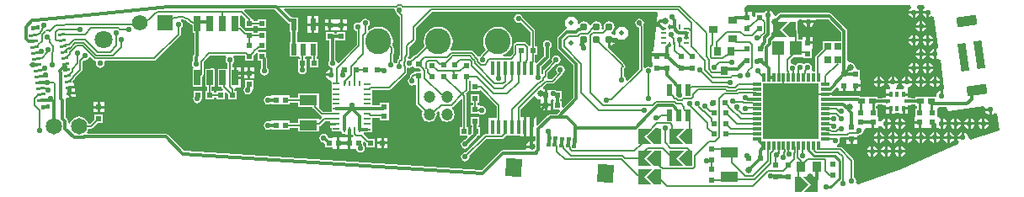
<source format=gtl>
G04*
G04 #@! TF.GenerationSoftware,Altium Limited,Altium Designer,19.1.5 (86)*
G04*
G04 Layer_Physical_Order=1*
G04 Layer_Color=255*
%FSAX24Y24*%
%MOIN*%
G70*
G01*
G75*
%ADD14C,0.0100*%
%ADD15C,0.0060*%
%ADD16O,0.0200X0.0400*%
%ADD17R,0.0244X0.0236*%
%ADD18R,0.0217X0.0217*%
%ADD19R,0.0236X0.0244*%
%ADD20R,0.0266X0.0098*%
%ADD21R,0.0098X0.0226*%
%ADD22R,0.0709X0.0394*%
%ADD23R,0.2244X0.2244*%
%ADD24R,0.0335X0.0118*%
%ADD25R,0.0118X0.0335*%
%ADD26R,0.0276X0.0295*%
%ADD27R,0.0256X0.0600*%
%ADD28R,0.0187X0.0098*%
%ADD29R,0.0098X0.0187*%
%ADD30R,0.0177X0.0581*%
%ADD31R,0.0236X0.0472*%
%ADD32R,0.0236X0.0453*%
%ADD33C,0.0310*%
%ADD34R,0.0453X0.0571*%
%ADD35R,0.0354X0.0394*%
%ADD36R,0.0295X0.0236*%
G04:AMPARAMS|DCode=37|XSize=70.9mil|YSize=63mil|CornerRadius=0mil|HoleSize=0mil|Usage=FLASHONLY|Rotation=86.250|XOffset=0mil|YOffset=0mil|HoleType=Round|Shape=Rectangle|*
%AMROTATEDRECTD37*
4,1,4,0.0291,-0.0374,-0.0337,-0.0333,-0.0291,0.0374,0.0337,0.0333,0.0291,-0.0374,0.0*
%
%ADD37ROTATEDRECTD37*%

G04:AMPARAMS|DCode=38|XSize=39.4mil|YSize=15.7mil|CornerRadius=0mil|HoleSize=0mil|Usage=FLASHONLY|Rotation=86.250|XOffset=0mil|YOffset=0mil|HoleType=Round|Shape=Rectangle|*
%AMROTATEDRECTD38*
4,1,4,0.0066,-0.0202,-0.0091,-0.0191,-0.0066,0.0202,0.0091,0.0191,0.0066,-0.0202,0.0*
%
%ADD38ROTATEDRECTD38*%

G04:AMPARAMS|DCode=39|XSize=31.5mil|YSize=10.2mil|CornerRadius=0mil|HoleSize=0mil|Usage=FLASHONLY|Rotation=7.550|XOffset=0mil|YOffset=0mil|HoleType=Round|Shape=Rectangle|*
%AMROTATEDRECTD39*
4,1,4,-0.0149,-0.0071,-0.0163,0.0030,0.0149,0.0071,0.0163,-0.0030,-0.0149,-0.0071,0.0*
%
%ADD39ROTATEDRECTD39*%

G04:AMPARAMS|DCode=40|XSize=25.6mil|YSize=10.2mil|CornerRadius=0mil|HoleSize=0mil|Usage=FLASHONLY|Rotation=7.550|XOffset=0mil|YOffset=0mil|HoleType=Round|Shape=Rectangle|*
%AMROTATEDRECTD40*
4,1,4,-0.0120,-0.0068,-0.0134,0.0034,0.0120,0.0068,0.0134,-0.0034,-0.0120,-0.0068,0.0*
%
%ADD40ROTATEDRECTD40*%

G04:AMPARAMS|DCode=41|XSize=33.5mil|YSize=15.7mil|CornerRadius=0mil|HoleSize=0mil|Usage=FLASHONLY|Rotation=7.550|XOffset=0mil|YOffset=0mil|HoleType=Round|Shape=Rectangle|*
%AMROTATEDRECTD41*
4,1,4,-0.0156,-0.0100,-0.0176,0.0056,0.0156,0.0100,0.0176,-0.0056,-0.0156,-0.0100,0.0*
%
%ADD41ROTATEDRECTD41*%

%ADD42C,0.1024*%
%ADD43R,0.0236X0.0157*%
%ADD44R,0.0157X0.0236*%
G04:AMPARAMS|DCode=45|XSize=110.2mil|YSize=31.5mil|CornerRadius=0mil|HoleSize=0mil|Usage=FLASHONLY|Rotation=278.000|XOffset=0mil|YOffset=0mil|HoleType=Round|Shape=Rectangle|*
%AMROTATEDRECTD45*
4,1,4,-0.0233,0.0524,0.0079,0.0568,0.0233,-0.0524,-0.0079,-0.0568,-0.0233,0.0524,0.0*
%
%ADD45ROTATEDRECTD45*%

G04:AMPARAMS|DCode=46|XSize=39.4mil|YSize=78.7mil|CornerRadius=0mil|HoleSize=0mil|Usage=FLASHONLY|Rotation=278.000|XOffset=0mil|YOffset=0mil|HoleType=Round|Shape=Rectangle|*
%AMROTATEDRECTD46*
4,1,4,-0.0417,0.0140,0.0362,0.0250,0.0417,-0.0140,-0.0362,-0.0250,-0.0417,0.0140,0.0*
%
%ADD46ROTATEDRECTD46*%

%ADD47R,0.0217X0.0217*%
%ADD48R,0.0276X0.0354*%
%ADD49R,0.0354X0.0315*%
%ADD88C,0.0709*%
%ADD89C,0.0120*%
%ADD90C,0.0080*%
%ADD91C,0.0620*%
%ADD92R,0.0620X0.0620*%
%ADD93C,0.0195*%
%ADD94C,0.0472*%
%ADD95C,0.0650*%
%ADD96C,0.0220*%
%ADD97C,0.0260*%
G36*
X050032Y012438D02*
Y012073D01*
X049305D01*
Y011788D01*
X049035Y011518D01*
X049015Y011488D01*
X049008Y011453D01*
Y010886D01*
X048915D01*
X048860Y010984D01*
X048873Y011050D01*
X048860Y011116D01*
X048822Y011172D01*
X048766Y011210D01*
X048700Y011223D01*
X048634Y011210D01*
X048623Y011203D01*
X048550Y011181D01*
X048477Y011203D01*
X048466Y011210D01*
X048400Y011223D01*
X048334Y011210D01*
X048278Y011172D01*
X048225Y011125D01*
X048166Y011160D01*
X048100Y011173D01*
X048030Y011241D01*
X048024Y011331D01*
X048148Y011455D01*
X048532D01*
Y011402D01*
X048868D01*
Y011738D01*
X048908Y011822D01*
X048908D01*
Y011980D01*
X048700D01*
Y012030D01*
X048650D01*
Y012238D01*
X048492D01*
Y012145D01*
X048346D01*
Y012333D01*
X048339Y012368D01*
X048319Y012398D01*
X048317Y012400D01*
Y012500D01*
X048315Y012509D01*
Y012850D01*
X048312Y012857D01*
X048365Y012957D01*
X048458D01*
X048504Y012900D01*
X048996D01*
X049042Y012957D01*
X049513D01*
X050032Y012438D01*
D02*
G37*
G36*
X048250Y012250D02*
X048000D01*
X047700Y012550D01*
X048000Y012850D01*
X048250D01*
Y012250D01*
D02*
G37*
G36*
X047600Y012550D02*
X047900Y012250D01*
X047350D01*
Y012850D01*
X047900D01*
X047600Y012550D01*
D02*
G37*
G36*
X052764Y013501D02*
X052794Y013401D01*
X052762Y013380D01*
X052716Y013310D01*
X052709Y013278D01*
X053117D01*
X053111Y013310D01*
X053065Y013380D01*
X053033Y013401D01*
X053063Y013501D01*
X053314Y013500D01*
X053344Y013400D01*
X053313Y013380D01*
X053267Y013310D01*
X053261Y013278D01*
X053465D01*
Y013228D01*
X053515D01*
Y013024D01*
X053546Y013031D01*
X053616Y013077D01*
X053718Y013051D01*
X053887Y011849D01*
X053866Y011824D01*
X053796Y011778D01*
X053790Y011779D01*
Y011575D01*
Y011371D01*
X053822Y011377D01*
X053850Y011396D01*
X053957Y011355D01*
X054117Y010217D01*
X054066Y010169D01*
Y009921D01*
X053966D01*
Y010125D01*
X053934Y010119D01*
X053864Y010073D01*
X053818Y010003D01*
X053802Y009921D01*
X053766Y009878D01*
X053491D01*
X053409Y009878D01*
Y009878D01*
X053391D01*
Y009878D01*
X052976D01*
Y009822D01*
X052822D01*
Y009839D01*
X052685D01*
Y009920D01*
X052506D01*
Y010020D01*
X052685D01*
Y010166D01*
X052685Y010188D01*
X052717Y010274D01*
X052720Y010275D01*
X052789Y010321D01*
X052835Y010391D01*
X052842Y010422D01*
X052434D01*
X052440Y010391D01*
X052487Y010321D01*
X052536Y010288D01*
X052520Y010188D01*
X052327D01*
Y010188D01*
X052227Y010185D01*
X052218Y010197D01*
X052237Y010321D01*
X052238Y010321D01*
X052284Y010391D01*
X052291Y010422D01*
X051883D01*
X051889Y010391D01*
X051935Y010321D01*
X051985Y010288D01*
X051968Y010188D01*
X051815D01*
Y010020D01*
X051994D01*
Y009920D01*
X051815D01*
Y009839D01*
X051678D01*
Y009822D01*
X051474D01*
Y009878D01*
X051059D01*
Y009878D01*
X051041D01*
Y009878D01*
X050799D01*
X050798Y009879D01*
X050759Y009905D01*
X050712Y009914D01*
X049676D01*
Y009939D01*
X049408D01*
Y010039D01*
X049676D01*
Y010087D01*
X049695Y010100D01*
X049842Y010247D01*
X049869Y010244D01*
X049942Y010213D01*
Y010112D01*
X050100D01*
Y010320D01*
X050200D01*
Y010112D01*
X050292D01*
X050358Y010112D01*
X050458Y010112D01*
X050550D01*
Y010320D01*
X050600D01*
Y010370D01*
X050808D01*
Y010528D01*
X050808D01*
X050768Y010612D01*
X050768Y010628D01*
Y010948D01*
X050672D01*
X050593Y011048D01*
X050594Y011050D01*
X050579Y011124D01*
X050537Y011187D01*
X050474Y011229D01*
X050400Y011244D01*
X050377Y011239D01*
X050277Y011307D01*
Y012488D01*
X050268Y012535D01*
X050241Y012575D01*
X049650Y013166D01*
X049610Y013193D01*
X049563Y013202D01*
X047630D01*
X047583Y013193D01*
X047543Y013166D01*
X047461Y013084D01*
X047427Y013090D01*
X047359Y013124D01*
X047348Y013182D01*
X047301Y013251D01*
X047232Y013298D01*
X047200Y013304D01*
Y013100D01*
X047100D01*
Y013304D01*
X047068Y013298D01*
X046999Y013251D01*
X046963Y013198D01*
X046632D01*
Y013056D01*
X046608Y013040D01*
X046508Y013093D01*
Y013238D01*
X046350D01*
Y013030D01*
X046250D01*
Y013238D01*
X046206D01*
X046202Y013410D01*
X046296Y013510D01*
X052764Y013501D01*
D02*
G37*
G36*
X042767Y013204D02*
X042620Y011688D01*
X042542D01*
Y011272D01*
X042542D01*
X042576Y011234D01*
X042560Y011066D01*
X042497Y011040D01*
X042466Y011060D01*
X042400Y011073D01*
X042334Y011060D01*
X042278Y011022D01*
X042277Y011021D01*
X042217Y011039D01*
Y012685D01*
X042210Y012720D01*
X042205Y012727D01*
X042210Y012734D01*
X042223Y012800D01*
X042210Y012866D01*
X042172Y012922D01*
X042116Y012960D01*
X042050Y012973D01*
X041984Y012960D01*
X041928Y012922D01*
X041890Y012866D01*
X041877Y012800D01*
X041890Y012734D01*
X041928Y012678D01*
X041984Y012640D01*
X042033Y012630D01*
Y010980D01*
X041580Y010527D01*
X041539Y010543D01*
X041522Y010554D01*
X041510Y010616D01*
X041472Y010672D01*
X041442Y010693D01*
Y011002D01*
X041465Y011025D01*
X041485Y011055D01*
X041492Y011090D01*
X041485Y011125D01*
X041465Y011155D01*
X041410Y011210D01*
X041410Y011210D01*
X041390Y011240D01*
X040789Y011841D01*
X040800Y011862D01*
Y012150D01*
X040850D01*
Y012200D01*
X041100D01*
X041098Y012210D01*
X041154Y012233D01*
X041166Y012216D01*
X041250Y012160D01*
X041350Y012140D01*
X041450Y012160D01*
X041534Y012216D01*
X041590Y012300D01*
X041610Y012400D01*
X041590Y012500D01*
X041534Y012584D01*
X041450Y012640D01*
X041350Y012660D01*
X041250Y012640D01*
X041166Y012584D01*
X041110Y012500D01*
X041090Y012400D01*
X041102Y012340D01*
X041045Y012316D01*
X041034Y012334D01*
X040949Y012390D01*
X040948Y012390D01*
X040941Y012421D01*
X040942Y012453D01*
X041005Y012495D01*
X041052Y012566D01*
X041069Y012650D01*
X041052Y012734D01*
X041005Y012805D01*
X040934Y012852D01*
X040850Y012869D01*
X040766Y012852D01*
X040695Y012805D01*
X040648Y012734D01*
X040631Y012650D01*
X040646Y012575D01*
X040601Y012531D01*
X040552Y012566D01*
X040569Y012650D01*
X040552Y012734D01*
X040505Y012805D01*
X040434Y012852D01*
X040350Y012869D01*
X040266Y012852D01*
X040195Y012805D01*
X040148Y012734D01*
X040144Y012714D01*
X040120Y012701D01*
X040053Y012731D01*
X040052Y012734D01*
X040005Y012805D01*
X039934Y012852D01*
X039850Y012869D01*
X039766Y012852D01*
X039695Y012805D01*
X039663Y012756D01*
X039606Y012780D01*
X039610Y012800D01*
X039590Y012900D01*
X039534Y012984D01*
X039450Y013040D01*
X039350Y013060D01*
X039250Y013040D01*
X039166Y012984D01*
X039110Y012900D01*
X039090Y012800D01*
X039110Y012700D01*
X039160Y012625D01*
X039152Y012584D01*
X039141Y012561D01*
X039134Y012559D01*
X039094Y012533D01*
X038828Y012267D01*
X038802Y012227D01*
X038793Y012180D01*
Y011820D01*
X038802Y011773D01*
X038828Y011733D01*
X039428Y011134D01*
Y009851D01*
X039024Y009447D01*
X038968Y009470D01*
Y009718D01*
X038922D01*
Y009782D01*
X038968D01*
Y010118D01*
X038775D01*
X038772Y010122D01*
X038716Y010160D01*
X038650Y010173D01*
X038606Y010164D01*
X038548Y010158D01*
X038548Y010158D01*
X038548Y010158D01*
X038390D01*
Y009950D01*
X038290D01*
Y010171D01*
X038256Y010193D01*
X038251Y010205D01*
X038250Y010268D01*
X038387Y010405D01*
X038597D01*
X038632Y010412D01*
X038662Y010432D01*
X038985Y010755D01*
X039004Y010785D01*
X039009Y010805D01*
X039042Y010828D01*
X039080Y010884D01*
X039093Y010950D01*
X039080Y011016D01*
X039042Y011072D01*
X038986Y011110D01*
X038920Y011123D01*
X038853Y011110D01*
X038797Y011072D01*
X038760Y011016D01*
X038747Y010950D01*
X038760Y010884D01*
X038797Y010828D01*
X038797Y010827D01*
X038559Y010589D01*
X038427D01*
X038405Y010649D01*
X038414Y010663D01*
X038421Y010698D01*
Y010859D01*
X038741Y011179D01*
X038750Y011177D01*
X038816Y011190D01*
X038872Y011228D01*
X038910Y011284D01*
X038923Y011350D01*
X038910Y011416D01*
X038872Y011472D01*
X038816Y011510D01*
X038750Y011523D01*
X038684Y011510D01*
X038628Y011472D01*
X038590Y011416D01*
X038577Y011350D01*
X038589Y011287D01*
X038265Y010962D01*
X038245Y010932D01*
X038238Y010897D01*
Y010780D01*
X038226Y010769D01*
X038173Y010791D01*
X038166Y010801D01*
Y011055D01*
X038487Y011376D01*
X038513Y011415D01*
X038522Y011462D01*
Y011827D01*
X038522Y011828D01*
X038560Y011884D01*
X038573Y011950D01*
X038560Y012016D01*
X038522Y012072D01*
X038466Y012110D01*
X038400Y012123D01*
X038334Y012110D01*
X038278Y012072D01*
X038240Y012016D01*
X038227Y011950D01*
X038240Y011884D01*
X038278Y011828D01*
X038278Y011827D01*
Y011513D01*
X037976Y011211D01*
X037916Y011236D01*
Y011243D01*
X037922Y011271D01*
Y011532D01*
X037998D01*
Y011868D01*
X037922D01*
Y012470D01*
X037915Y012505D01*
X037895Y012535D01*
X037423Y013007D01*
X037416Y013042D01*
X037378Y013098D01*
X037322Y013135D01*
X037256Y013149D01*
X037190Y013135D01*
X037133Y013098D01*
X037096Y013042D01*
X037083Y012976D01*
X037096Y012909D01*
X037133Y012853D01*
X037190Y012816D01*
X037256Y012802D01*
X037322Y012816D01*
X037342Y012829D01*
X037738Y012432D01*
Y011905D01*
X037722Y011899D01*
X037678Y011895D01*
X037665Y011915D01*
X037565Y012015D01*
X037535Y012035D01*
X037500Y012042D01*
X037200D01*
X037165Y012035D01*
X037135Y012015D01*
X037085Y011965D01*
X037065Y011935D01*
X037058Y011900D01*
Y011605D01*
X036932Y011479D01*
X036659D01*
X036648Y011539D01*
X036733Y011574D01*
X036852Y011666D01*
X036944Y011785D01*
X037002Y011924D01*
X037021Y012074D01*
X037002Y012223D01*
X036944Y012362D01*
X036852Y012481D01*
X036733Y012573D01*
X036594Y012631D01*
X036444Y012650D01*
X036295Y012631D01*
X036156Y012573D01*
X036037Y012481D01*
X035945Y012362D01*
X035887Y012223D01*
X035868Y012074D01*
X035887Y011924D01*
X035945Y011785D01*
X035987Y011731D01*
X035785Y011529D01*
X035765Y011500D01*
X035765Y011497D01*
X035728Y011472D01*
X035676Y011467D01*
X035458Y011685D01*
X035428Y011705D01*
X035393Y011712D01*
X034601D01*
X034587Y011728D01*
X034568Y011768D01*
X034582Y011785D01*
X034639Y011924D01*
X034659Y012074D01*
X034639Y012223D01*
X034582Y012362D01*
X034490Y012481D01*
X034371Y012573D01*
X034232Y012631D01*
X034082Y012650D01*
X033933Y012631D01*
X033794Y012573D01*
X033674Y012481D01*
X033583Y012362D01*
X033525Y012223D01*
X033506Y012074D01*
X033525Y011924D01*
X033544Y011880D01*
X033209Y011545D01*
X033203D01*
X033168Y011538D01*
X033139Y011518D01*
X032986Y011366D01*
X032950Y011373D01*
X032891Y011420D01*
X032887Y011443D01*
X032915Y011470D01*
X032935Y011500D01*
X032942Y011535D01*
Y011862D01*
X033167Y012087D01*
X033187Y012117D01*
X033193Y012152D01*
Y012614D01*
X033828Y013248D01*
X042726D01*
X042767Y013204D01*
D02*
G37*
G36*
X032378Y013308D02*
X032377Y013300D01*
X032390Y013234D01*
X032428Y013178D01*
X032480Y013142D01*
X032485Y013135D01*
X032558Y013062D01*
Y011537D01*
X032551Y011526D01*
X032544Y011491D01*
Y011390D01*
X032485Y011331D01*
X032465Y011302D01*
X032458Y011266D01*
Y011246D01*
X032431Y011218D01*
X032406Y011201D01*
X032363Y011210D01*
X032331Y011257D01*
X032301Y011278D01*
Y011559D01*
X032302Y011560D01*
X032322Y011590D01*
X032329Y011625D01*
Y011800D01*
X032322Y011835D01*
X032302Y011865D01*
X032267Y011900D01*
X032277Y011924D01*
X032297Y012074D01*
X032277Y012223D01*
X032220Y012362D01*
X032128Y012481D01*
X032008Y012573D01*
X031869Y012631D01*
X031720Y012650D01*
X031571Y012631D01*
X031432Y012573D01*
X031352Y012512D01*
X031292Y012541D01*
Y012657D01*
X031322Y012678D01*
X031360Y012734D01*
X031373Y012800D01*
X031360Y012866D01*
X031322Y012922D01*
X031266Y012960D01*
X031200Y012973D01*
X031134Y012960D01*
X031078Y012922D01*
X031040Y012866D01*
X031034Y012837D01*
X030969Y012808D01*
X030966Y012810D01*
X030900Y012823D01*
X030834Y012810D01*
X030778Y012772D01*
X030740Y012716D01*
X030727Y012650D01*
X030740Y012584D01*
X030778Y012528D01*
X030834Y012490D01*
X030858Y012485D01*
Y011938D01*
X030132Y011212D01*
X030067Y011232D01*
X030060Y011266D01*
X030022Y011322D01*
X030022Y011323D01*
Y012100D01*
X030082Y012102D01*
Y012102D01*
X030418D01*
Y012438D01*
X030082D01*
Y012392D01*
X029968D01*
Y012438D01*
X029632D01*
Y012102D01*
X029778D01*
Y011323D01*
X029778Y011322D01*
X029740Y011266D01*
X029727Y011200D01*
X029740Y011134D01*
X029778Y011078D01*
X029834Y011040D01*
X029900Y011027D01*
X029929Y010992D01*
X029900Y010971D01*
Y010750D01*
X029850D01*
Y010700D01*
X029646D01*
X029652Y010668D01*
X029699Y010599D01*
X029768Y010552D01*
X029811Y010544D01*
X029852Y010524D01*
X029861Y010477D01*
X029861Y010301D01*
X029861Y010241D01*
Y010080D01*
Y009686D01*
Y009296D01*
X029525D01*
X029388Y009434D01*
X029364Y009485D01*
X029364D01*
X029364Y009485D01*
Y009999D01*
X028536D01*
Y009834D01*
X028209D01*
Y009932D01*
X027907D01*
X027853Y009932D01*
X027793Y009932D01*
X027491D01*
Y009932D01*
X027431Y009900D01*
X027416Y009910D01*
X027350Y009923D01*
X027284Y009910D01*
X027228Y009872D01*
X027190Y009816D01*
X027177Y009750D01*
X027190Y009684D01*
X027228Y009628D01*
X027284Y009590D01*
X027350Y009577D01*
X027416Y009590D01*
X027431Y009600D01*
X027491Y009568D01*
Y009568D01*
X027793D01*
X027847Y009568D01*
X027907Y009568D01*
X028209D01*
Y009650D01*
X028536D01*
Y009485D01*
X029111D01*
X029117Y009455D01*
X029137Y009426D01*
X029423Y009140D01*
X029452Y009120D01*
X029457Y009119D01*
X029460Y009116D01*
X029475Y009054D01*
X029414Y008994D01*
X029364Y009015D01*
Y009015D01*
X028536D01*
Y008842D01*
X028209D01*
Y008932D01*
X027907D01*
X027853Y008932D01*
X027793Y008932D01*
X027491D01*
Y008932D01*
X027431Y008900D01*
X027416Y008910D01*
X027350Y008923D01*
X027284Y008910D01*
X027228Y008872D01*
X027190Y008816D01*
X027177Y008750D01*
X027190Y008684D01*
X027228Y008628D01*
X027284Y008590D01*
X027350Y008577D01*
X027416Y008590D01*
X027431Y008600D01*
X027491Y008568D01*
Y008568D01*
X027793D01*
X027847Y008568D01*
X027907Y008568D01*
X028209D01*
Y008658D01*
X028536D01*
Y008501D01*
X029364D01*
Y008718D01*
X029394Y008724D01*
X029424Y008744D01*
X029596Y008916D01*
X029821D01*
Y008861D01*
X030054D01*
Y008761D01*
X029821D01*
Y008662D01*
X029861D01*
Y008505D01*
X030247D01*
X030264Y008452D01*
Y008416D01*
X030421D01*
Y008376D01*
X030520D01*
Y008589D01*
X030620D01*
Y008376D01*
X030699D01*
X030709Y008361D01*
X030738Y008332D01*
X030713Y008272D01*
X030619D01*
Y008050D01*
Y007828D01*
X030787D01*
X030836Y007802D01*
X030840Y007784D01*
X030878Y007728D01*
X030934Y007690D01*
X031000Y007677D01*
X031066Y007690D01*
X031122Y007728D01*
X031160Y007784D01*
X031173Y007850D01*
X031160Y007916D01*
X031122Y007972D01*
X031112Y007980D01*
Y007992D01*
X031109Y008004D01*
Y008083D01*
X031165Y008106D01*
X031208Y008062D01*
X031238Y008042D01*
X031252Y008039D01*
Y007882D01*
X031588D01*
Y008218D01*
X031345D01*
X031343Y008219D01*
X031311D01*
X031123Y008407D01*
X031129Y008439D01*
X031145Y008467D01*
X031284D01*
X031331Y008476D01*
X031337Y008480D01*
X031477D01*
Y008642D01*
X031477Y008699D01*
X031477D01*
Y008702D01*
X031477D01*
Y009055D01*
X031768D01*
Y008941D01*
X032132D01*
Y009297D01*
X032132D01*
Y009303D01*
X032132D01*
Y009659D01*
X031768D01*
Y009552D01*
X031477D01*
Y009686D01*
Y010160D01*
X032152D01*
X032187Y010167D01*
X032217Y010187D01*
X032820Y010791D01*
X032840Y010820D01*
X032847Y010856D01*
Y010998D01*
X032907Y011035D01*
X032950Y011027D01*
X033016Y011040D01*
X033072Y011078D01*
X033132Y011058D01*
Y011012D01*
X033338D01*
X033378Y010972D01*
X033379Y010967D01*
X033392Y010948D01*
X033373Y010888D01*
X033132D01*
Y010850D01*
X033097Y010843D01*
X033067Y010823D01*
X032985Y010742D01*
X032965Y010712D01*
X032958Y010677D01*
Y010643D01*
X032928Y010622D01*
X032890Y010566D01*
X032877Y010500D01*
X032890Y010434D01*
X032928Y010378D01*
X032984Y010340D01*
X033050Y010327D01*
X033116Y010340D01*
X033148Y010361D01*
X033208Y010331D01*
Y009612D01*
X033215Y009577D01*
X033235Y009547D01*
X033460Y009322D01*
X033437Y009264D01*
X033426Y009187D01*
X033437Y009110D01*
X033466Y009038D01*
X033514Y008976D01*
X033576Y008928D01*
X033648Y008898D01*
X033725Y008888D01*
X033803Y008898D01*
X033875Y008928D01*
X033936Y008976D01*
X033984Y009038D01*
X034014Y009110D01*
X034024Y009187D01*
X034017Y009238D01*
X034103Y009323D01*
X034154Y009290D01*
X034144Y009264D01*
X034134Y009187D01*
X034144Y009110D01*
X034174Y009038D01*
X034221Y008976D01*
X034283Y008928D01*
X034355Y008898D01*
X034432Y008888D01*
X034510Y008898D01*
X034582Y008928D01*
X034644Y008976D01*
X034691Y009038D01*
X034721Y009110D01*
X034731Y009187D01*
X034721Y009264D01*
X034691Y009336D01*
X034644Y009398D01*
X034636Y009404D01*
X034636Y009428D01*
X034646Y009472D01*
X034665Y009485D01*
X034973Y009793D01*
X035028Y009770D01*
Y008668D01*
X034952D01*
Y008332D01*
X035224D01*
X035249Y008272D01*
X035150Y008173D01*
X035150Y008173D01*
X035084Y008160D01*
X035028Y008122D01*
X034990Y008066D01*
X034977Y008000D01*
X034990Y007934D01*
X035028Y007878D01*
X035084Y007840D01*
X035150Y007827D01*
X035216Y007840D01*
X035272Y007878D01*
X035310Y007934D01*
X035323Y008000D01*
X035323Y008000D01*
X035618Y008295D01*
X035643Y008332D01*
X035748D01*
Y008668D01*
X035672D01*
Y008752D01*
X035718D01*
Y009088D01*
X035382D01*
Y008752D01*
X035428D01*
Y008668D01*
X035412D01*
Y008464D01*
X035409Y008452D01*
Y008432D01*
X035348Y008371D01*
X035288Y008396D01*
Y008668D01*
X035212D01*
Y009930D01*
X035205Y009965D01*
X035185Y009995D01*
X035180Y010000D01*
X035265Y010085D01*
X035285Y010115D01*
X035292Y010150D01*
Y010502D01*
X035366D01*
X035380Y010453D01*
X035382Y010447D01*
Y010112D01*
X035718D01*
Y010117D01*
X035778Y010142D01*
X036396Y009524D01*
Y009044D01*
X036084D01*
Y008405D01*
X035963D01*
X035928Y008398D01*
X035898Y008378D01*
X035186Y007666D01*
X035150Y007673D01*
X035084Y007660D01*
X035028Y007622D01*
X034990Y007566D01*
X034977Y007500D01*
X034990Y007434D01*
X035028Y007378D01*
X035084Y007340D01*
X035150Y007327D01*
X035216Y007340D01*
X035272Y007378D01*
X035310Y007434D01*
X035323Y007500D01*
X035316Y007536D01*
X036001Y008221D01*
X036614D01*
X036649Y008228D01*
X036679Y008248D01*
X036774Y008343D01*
X037323D01*
Y008303D01*
X037462D01*
Y008693D01*
Y009084D01*
X037348D01*
Y009397D01*
X037859Y009909D01*
X037927Y009892D01*
X037966Y009834D01*
X038042Y009783D01*
X038132Y009765D01*
Y009600D01*
X038340D01*
X038548D01*
Y009757D01*
X038608Y009794D01*
X038632Y009782D01*
Y009782D01*
X038678Y009748D01*
Y009718D01*
X038632D01*
Y009382D01*
X038880D01*
X038903Y009326D01*
X038773Y009196D01*
X038523D01*
X038477Y009186D01*
X038437Y009160D01*
X038016Y008739D01*
X037956Y008764D01*
Y009084D01*
X037818D01*
Y008693D01*
Y008303D01*
X037928D01*
Y008158D01*
X037868Y008121D01*
X037850Y008125D01*
Y007900D01*
X037800D01*
Y007850D01*
X037575D01*
X037579Y007832D01*
X037542Y007772D01*
X036650D01*
X036603Y007763D01*
X036563Y007737D01*
X035806Y006979D01*
X024038Y007735D01*
X023387Y008387D01*
X023347Y008413D01*
X023300Y008422D01*
X020206D01*
X020177Y008482D01*
X020211Y008527D01*
X020250Y008621D01*
X020251Y008630D01*
X020351D01*
X020386Y008636D01*
X020416Y008656D01*
X020612Y008852D01*
X020818D01*
Y009188D01*
X020482D01*
Y008982D01*
X020313Y008813D01*
X020251D01*
X020250Y008822D01*
X020211Y008915D01*
X020149Y008996D01*
X020069Y009057D01*
X019975Y009096D01*
X019875Y009109D01*
X019774Y009096D01*
X019681Y009057D01*
X019600Y008996D01*
X019539Y008915D01*
X019500Y008822D01*
X019442Y008832D01*
Y008906D01*
X019433Y008952D01*
X019406Y008992D01*
X019332Y009066D01*
Y009740D01*
X019324Y009780D01*
X019326Y009791D01*
X019356Y009845D01*
X019465Y009859D01*
X019445Y010009D01*
X019495Y010016D01*
X019488Y010065D01*
X019714Y010095D01*
X019710Y010130D01*
X019710D01*
X019696Y010230D01*
X019470Y010200D01*
X019457Y010299D01*
X019683Y010329D01*
X019670Y010430D01*
X019630Y010424D01*
X019619Y010511D01*
X019690Y010582D01*
X019710Y010612D01*
X019715Y010636D01*
X019965Y010886D01*
X019985Y010916D01*
X019992Y010951D01*
Y011096D01*
X020005Y011115D01*
X020012Y011150D01*
Y011282D01*
X020064Y011334D01*
X020100Y011327D01*
X020166Y011340D01*
X020222Y011378D01*
X020257Y011429D01*
X020270Y011438D01*
X020318Y011453D01*
X020435Y011335D01*
X020465Y011315D01*
X020500Y011308D01*
X020501D01*
X020536Y011248D01*
X020527Y011200D01*
X020540Y011134D01*
X020578Y011078D01*
X020634Y011040D01*
X020700Y011027D01*
X020766Y011040D01*
X020822Y011078D01*
X020860Y011134D01*
X020873Y011200D01*
X020864Y011248D01*
X020899Y011308D01*
X022850D01*
X022885Y011315D01*
X022915Y011335D01*
X023864Y012284D01*
X023884Y012314D01*
X023891Y012349D01*
Y012608D01*
X023922Y012628D01*
X023959Y012684D01*
X023973Y012751D01*
X023959Y012817D01*
X023922Y012873D01*
X023904Y012885D01*
X023922Y012945D01*
X023982D01*
X023984Y012946D01*
X024069Y012929D01*
X024140Y012881D01*
X024141Y012879D01*
X024199Y012821D01*
X024199Y012821D01*
X024197Y012819D01*
X024300Y012740D01*
X024362Y012715D01*
Y012408D01*
X024428D01*
Y011551D01*
X024413Y011537D01*
X024387Y011497D01*
X024378Y011450D01*
Y011311D01*
X024378Y011311D01*
X024340Y011255D01*
X024327Y011189D01*
X024340Y011123D01*
X024378Y011066D01*
X024399Y011052D01*
X024380Y010992D01*
X024362D01*
Y010272D01*
X024738D01*
Y010690D01*
X024765Y010717D01*
X024785Y010747D01*
X024792Y010782D01*
Y011250D01*
X025050Y011508D01*
X025675D01*
X025684Y011497D01*
X025702Y011448D01*
X025674Y011406D01*
X025661Y011340D01*
X025674Y011274D01*
X025711Y011218D01*
X025740Y011198D01*
Y011052D01*
X025738Y010992D01*
X025362D01*
Y010272D01*
X025512D01*
X025518Y010242D01*
X025538Y010212D01*
X025577Y010174D01*
X025554Y010118D01*
X025302D01*
Y010042D01*
X025198D01*
Y010118D01*
X025122D01*
Y010272D01*
X025238D01*
Y010721D01*
X025240Y010730D01*
Y010927D01*
X025241Y010934D01*
X025242Y010938D01*
X025238Y010992D01*
X025233D01*
D01*
X025233D01*
X025185Y011022D01*
X025150Y011029D01*
X025115Y011022D01*
X025085Y011003D01*
X025083Y011000D01*
X025078Y010992D01*
X024862D01*
Y010272D01*
X024938D01*
Y010118D01*
X024862D01*
Y009782D01*
X025198D01*
Y009858D01*
X025302D01*
Y009782D01*
X025638D01*
Y010034D01*
X025694Y010057D01*
X025762Y009988D01*
Y009782D01*
X026098D01*
Y010118D01*
X026022D01*
Y010197D01*
X026076Y010232D01*
X026278D01*
Y010582D01*
X026050D01*
Y010632D01*
X026000D01*
Y011032D01*
X025924D01*
Y011196D01*
X025956Y011218D01*
X025994Y011274D01*
X026007Y011340D01*
X025994Y011406D01*
X025966Y011448D01*
X025983Y011497D01*
X025992Y011508D01*
X026432D01*
Y011302D01*
X026768D01*
Y011509D01*
X026847Y011587D01*
X026867Y011617D01*
X026925Y011604D01*
X026932Y011601D01*
X026932Y011598D01*
X026932D01*
X026932Y011594D01*
Y011302D01*
X027078D01*
Y011023D01*
X027078Y011022D01*
X027040Y010966D01*
X027027Y010900D01*
X027040Y010834D01*
X027078Y010778D01*
X027134Y010740D01*
X027200Y010727D01*
X027266Y010740D01*
X027322Y010778D01*
X027360Y010834D01*
X027373Y010900D01*
X027360Y010966D01*
X027322Y011022D01*
X027322Y011023D01*
Y011370D01*
X027313Y011417D01*
X027287Y011457D01*
X027268Y011475D01*
Y011638D01*
X026976Y011638D01*
X026972D01*
X026972D01*
X026969Y011638D01*
X026966Y011646D01*
X026945Y011698D01*
X027006Y011760D01*
X027022D01*
X027031Y011762D01*
X027268D01*
Y012098D01*
X027268D01*
Y012152D01*
X027268D01*
Y012488D01*
X026932D01*
Y012412D01*
X026768D01*
Y012488D01*
X026459D01*
X026298Y012650D01*
X026268Y012670D01*
X026238Y012676D01*
Y013083D01*
X026298Y013108D01*
X026407Y012999D01*
X026432Y012948D01*
X026432D01*
X026432Y012948D01*
Y012612D01*
X026768D01*
Y012678D01*
X026932D01*
Y012612D01*
X027268D01*
Y012948D01*
X026932D01*
Y012882D01*
X026768D01*
Y012948D01*
X026702D01*
Y012950D01*
X026694Y012989D01*
X026672Y013022D01*
X026417Y013278D01*
X026441Y013338D01*
X027607D01*
X028123Y012822D01*
X028163Y012795D01*
X028198Y012788D01*
Y012456D01*
X028254D01*
Y012044D01*
X028198D01*
Y011472D01*
X028512D01*
X028554Y011471D01*
X028586D01*
X028628Y011429D01*
Y011368D01*
X028552D01*
Y011034D01*
X028540Y011016D01*
X028527Y010950D01*
X028540Y010884D01*
X028578Y010828D01*
X028634Y010790D01*
X028700Y010777D01*
X028766Y010790D01*
X028822Y010828D01*
X028860Y010884D01*
X028873Y010950D01*
X028869Y010972D01*
X028888Y011032D01*
X028888D01*
Y011368D01*
X028812D01*
Y011429D01*
X028854Y011472D01*
X028928Y011471D01*
X028988Y011472D01*
X029088D01*
Y011368D01*
X029012D01*
Y011032D01*
X029348D01*
Y011368D01*
X029272D01*
Y011472D01*
X029302D01*
Y012044D01*
X028988D01*
X028946Y012044D01*
X028886Y012044D01*
X028614D01*
X028572Y012044D01*
X028541D01*
X028498Y012087D01*
Y012456D01*
X028554D01*
Y013029D01*
X028330D01*
X028318Y013031D01*
X028260D01*
X027978Y013313D01*
X028001Y013368D01*
X032329D01*
X032378Y013308D01*
D02*
G37*
G36*
X052976Y009522D02*
X053038D01*
Y009409D01*
X052968D01*
Y009087D01*
X052928D01*
Y008919D01*
X053150D01*
Y008869D01*
X053200D01*
Y008651D01*
X053372D01*
Y008651D01*
X053428D01*
Y008651D01*
X053600D01*
Y008869D01*
X053700D01*
Y008651D01*
X053872D01*
X053872Y008651D01*
X053916Y008633D01*
X053934Y008621D01*
X053966Y008615D01*
Y008819D01*
Y009028D01*
X053872Y009086D01*
Y009087D01*
X053832D01*
Y009409D01*
X053904Y009478D01*
X054221D01*
X054234Y009384D01*
X054234Y009382D01*
X054234Y009382D01*
X054235Y009375D01*
X054235Y009375D01*
X054260Y009333D01*
X054308Y009320D01*
X054308Y009320D01*
X054316Y009321D01*
X055666Y009511D01*
X055689Y009494D01*
X055741Y009421D01*
X055741Y009420D01*
X055945D01*
Y009370D01*
X055995D01*
Y009166D01*
X056027Y009172D01*
X056096Y009219D01*
X056113Y009243D01*
X056216Y009219D01*
X056300Y008550D01*
X055144Y008194D01*
X055057Y008267D01*
X055056Y008272D01*
X055040Y008350D01*
X054994Y008419D01*
X054924Y008465D01*
X054893Y008472D01*
Y008268D01*
X054843D01*
Y008218D01*
X054639D01*
X054645Y008186D01*
X054686Y008124D01*
X054690Y008109D01*
X054672Y008009D01*
X053600Y007550D01*
X052400Y007000D01*
X050800Y006450D01*
X050693Y006428D01*
X050668Y006445D01*
X050616Y006514D01*
X050623Y006550D01*
X050610Y006616D01*
X050572Y006672D01*
X050542Y006693D01*
Y007350D01*
X050535Y007385D01*
X050515Y007415D01*
X050065Y007865D01*
X050035Y007885D01*
X050000Y007892D01*
X049885D01*
X049866Y007990D01*
X049922Y008028D01*
X049960Y008084D01*
X049973Y008150D01*
X049965Y008193D01*
X050006Y008267D01*
X050029Y008293D01*
X050242D01*
Y008270D01*
X050450D01*
X050658D01*
Y008358D01*
X050700D01*
X050735Y008365D01*
X050754Y008378D01*
X050816Y008390D01*
X050872Y008428D01*
X050910Y008484D01*
X050923Y008550D01*
X050923Y008551D01*
X050949Y008586D01*
X051022Y008651D01*
X051078D01*
Y008651D01*
X051250D01*
Y008869D01*
X051350D01*
Y008651D01*
X051522D01*
Y008707D01*
X051571Y008723D01*
X051622Y008724D01*
X051660Y008668D01*
X051729Y008621D01*
X051761Y008615D01*
Y008819D01*
Y009023D01*
X051729Y009017D01*
X051660Y008970D01*
X051622Y008914D01*
X051571Y008915D01*
X051522Y008930D01*
Y009087D01*
X051482D01*
Y009409D01*
X051412D01*
Y009522D01*
X051474D01*
Y009578D01*
X051678D01*
Y009561D01*
X051795D01*
X051805Y009559D01*
X051815Y009551D01*
Y009480D01*
X051994D01*
Y009430D01*
X052044D01*
Y009212D01*
X052173D01*
Y009252D01*
X052327D01*
Y009212D01*
X052456D01*
Y009430D01*
X052506D01*
Y009480D01*
X052685D01*
Y009561D01*
X052822D01*
Y009578D01*
X052976D01*
Y009522D01*
D02*
G37*
G36*
X044150Y008000D02*
X043900D01*
X043600Y008300D01*
X043900Y008600D01*
X044150D01*
Y008000D01*
D02*
G37*
G36*
X043500Y008300D02*
X043800Y008000D01*
X043250D01*
Y008600D01*
X043800D01*
X043500Y008300D01*
D02*
G37*
G36*
X042900Y008000D02*
X042650D01*
X042350Y008300D01*
X042650Y008600D01*
X042900D01*
Y008000D01*
D02*
G37*
G36*
X042250Y008300D02*
X042550Y008000D01*
X042000D01*
Y008600D01*
X042550D01*
X042250Y008300D01*
D02*
G37*
G36*
X044150Y007150D02*
X043900D01*
X043600Y007450D01*
X043900Y007750D01*
X044150D01*
Y007150D01*
D02*
G37*
G36*
X043500Y007450D02*
X043800Y007150D01*
X043250D01*
Y007750D01*
X043800D01*
X043500Y007450D01*
D02*
G37*
G36*
X042900Y007150D02*
X042650D01*
X042350Y007450D01*
X042650Y007750D01*
X042900D01*
Y007150D01*
D02*
G37*
G36*
X042250Y007450D02*
X042550Y007150D01*
X042000D01*
Y007750D01*
X042550D01*
X042250Y007450D01*
D02*
G37*
G36*
X042900Y006400D02*
X042650D01*
X042350Y006700D01*
X042650Y007000D01*
X042900D01*
Y006400D01*
D02*
G37*
G36*
X042250Y006700D02*
X042550Y006400D01*
X042000D01*
Y007000D01*
X042550D01*
X042250Y006700D01*
D02*
G37*
G36*
X049100Y006100D02*
X048550D01*
X048850Y006400D01*
X048550Y006700D01*
X049100D01*
Y006100D01*
D02*
G37*
G36*
X048750Y006400D02*
X048450Y006100D01*
X048200D01*
Y006700D01*
X048450D01*
X048750Y006400D01*
D02*
G37*
%LPC*%
G36*
X048954Y012800D02*
X048800D01*
Y012646D01*
X048832Y012652D01*
X048901Y012699D01*
X048948Y012768D01*
X048954Y012800D01*
D02*
G37*
G36*
X048700D02*
X048546D01*
X048552Y012768D01*
X048599Y012699D01*
X048668Y012652D01*
X048700Y012646D01*
Y012800D01*
D02*
G37*
G36*
X048908Y012238D02*
X048750D01*
Y012080D01*
X048908D01*
Y012238D01*
D02*
G37*
G36*
X053415Y013178D02*
X053261D01*
X053267Y013146D01*
X053313Y013077D01*
X053383Y013031D01*
X053415Y013024D01*
Y013178D01*
D02*
G37*
G36*
X053117D02*
X052963D01*
Y013024D01*
X052995Y013031D01*
X053065Y013077D01*
X053111Y013146D01*
X053117Y013178D01*
D02*
G37*
G36*
X052863D02*
X052709D01*
X052716Y013146D01*
X052762Y013077D01*
X052832Y013031D01*
X052863Y013024D01*
Y013178D01*
D02*
G37*
G36*
X053239Y012881D02*
Y012727D01*
X053393D01*
X053387Y012759D01*
X053340Y012828D01*
X053271Y012875D01*
X053239Y012881D01*
D02*
G37*
G36*
X053139D02*
X053107Y012875D01*
X053038Y012828D01*
X052991Y012759D01*
X052985Y012727D01*
X053139D01*
Y012881D01*
D02*
G37*
G36*
X053393Y012627D02*
X053239D01*
Y012473D01*
X053271Y012479D01*
X053340Y012526D01*
X053387Y012595D01*
X053393Y012627D01*
D02*
G37*
G36*
X053139D02*
X052985D01*
X052991Y012595D01*
X053038Y012526D01*
X053107Y012479D01*
X053139Y012473D01*
Y012627D01*
D02*
G37*
G36*
X053515Y012330D02*
Y012176D01*
X053669D01*
X053662Y012208D01*
X053616Y012277D01*
X053546Y012324D01*
X053515Y012330D01*
D02*
G37*
G36*
X053415D02*
X053383Y012324D01*
X053313Y012277D01*
X053267Y012208D01*
X053261Y012176D01*
X053415D01*
Y012330D01*
D02*
G37*
G36*
X052963D02*
Y012176D01*
X053117D01*
X053111Y012208D01*
X053065Y012277D01*
X052995Y012324D01*
X052963Y012330D01*
D02*
G37*
G36*
X052863D02*
X052832Y012324D01*
X052762Y012277D01*
X052716Y012208D01*
X052709Y012176D01*
X052863D01*
Y012330D01*
D02*
G37*
G36*
X053669Y012076D02*
X053515D01*
Y011922D01*
X053546Y011928D01*
X053616Y011975D01*
X053662Y012044D01*
X053669Y012076D01*
D02*
G37*
G36*
X053415D02*
X053261D01*
X053267Y012044D01*
X053313Y011975D01*
X053383Y011928D01*
X053415Y011922D01*
Y012076D01*
D02*
G37*
G36*
X053117D02*
X052963D01*
Y011922D01*
X052995Y011928D01*
X053065Y011975D01*
X053111Y012044D01*
X053117Y012076D01*
D02*
G37*
G36*
X052863D02*
X052709D01*
X052716Y012044D01*
X052762Y011975D01*
X052832Y011928D01*
X052863Y011922D01*
Y012076D01*
D02*
G37*
G36*
X053690Y011779D02*
X053658Y011772D01*
X053589Y011726D01*
X053542Y011657D01*
X053536Y011625D01*
X053690D01*
Y011779D01*
D02*
G37*
G36*
X053239D02*
Y011625D01*
X053393D01*
X053387Y011657D01*
X053340Y011726D01*
X053271Y011772D01*
X053239Y011779D01*
D02*
G37*
G36*
X053139D02*
X053107Y011772D01*
X053038Y011726D01*
X052991Y011657D01*
X052985Y011625D01*
X053139D01*
Y011779D01*
D02*
G37*
G36*
X053690Y011525D02*
X053536D01*
X053542Y011493D01*
X053589Y011424D01*
X053658Y011377D01*
X053690Y011371D01*
Y011525D01*
D02*
G37*
G36*
X053393D02*
X053239D01*
Y011371D01*
X053271Y011377D01*
X053340Y011424D01*
X053387Y011493D01*
X053393Y011525D01*
D02*
G37*
G36*
X053139D02*
X052985D01*
X052991Y011493D01*
X053038Y011424D01*
X053107Y011377D01*
X053139Y011371D01*
Y011525D01*
D02*
G37*
G36*
X053515Y011228D02*
Y011074D01*
X053669D01*
X053662Y011106D01*
X053616Y011175D01*
X053546Y011221D01*
X053515Y011228D01*
D02*
G37*
G36*
X053415D02*
X053383Y011221D01*
X053313Y011175D01*
X053267Y011106D01*
X053261Y011074D01*
X053415D01*
Y011228D01*
D02*
G37*
G36*
X052963D02*
Y011074D01*
X053117D01*
X053111Y011106D01*
X053065Y011175D01*
X052995Y011221D01*
X052963Y011228D01*
D02*
G37*
G36*
X052863D02*
X052832Y011221D01*
X052762Y011175D01*
X052716Y011106D01*
X052709Y011074D01*
X052863D01*
Y011228D01*
D02*
G37*
G36*
X053669Y010974D02*
X053515D01*
Y010820D01*
X053546Y010826D01*
X053616Y010872D01*
X053662Y010942D01*
X053669Y010974D01*
D02*
G37*
G36*
X053415D02*
X053261D01*
X053267Y010942D01*
X053313Y010872D01*
X053383Y010826D01*
X053415Y010820D01*
Y010974D01*
D02*
G37*
G36*
X053117D02*
X052963D01*
Y010820D01*
X052995Y010826D01*
X053065Y010872D01*
X053111Y010942D01*
X053117Y010974D01*
D02*
G37*
G36*
X052863D02*
X052709D01*
X052716Y010942D01*
X052762Y010872D01*
X052832Y010826D01*
X052863Y010820D01*
Y010974D01*
D02*
G37*
G36*
X053790Y010676D02*
Y010522D01*
X053944D01*
X053938Y010554D01*
X053891Y010624D01*
X053822Y010670D01*
X053790Y010676D01*
D02*
G37*
G36*
X053690D02*
X053658Y010670D01*
X053589Y010624D01*
X053542Y010554D01*
X053536Y010522D01*
X053690D01*
Y010676D01*
D02*
G37*
G36*
X053239D02*
Y010522D01*
X053393D01*
X053387Y010554D01*
X053340Y010624D01*
X053271Y010670D01*
X053239Y010676D01*
D02*
G37*
G36*
X053139D02*
X053107Y010670D01*
X053038Y010624D01*
X052991Y010554D01*
X052985Y010522D01*
X053139D01*
Y010676D01*
D02*
G37*
G36*
X052688D02*
Y010522D01*
X052842D01*
X052835Y010554D01*
X052789Y010624D01*
X052720Y010670D01*
X052688Y010676D01*
D02*
G37*
G36*
X052588D02*
X052556Y010670D01*
X052487Y010624D01*
X052440Y010554D01*
X052434Y010522D01*
X052588D01*
Y010676D01*
D02*
G37*
G36*
X052137D02*
Y010522D01*
X052291D01*
X052284Y010554D01*
X052238Y010624D01*
X052168Y010670D01*
X052137Y010676D01*
D02*
G37*
G36*
X052037D02*
X052005Y010670D01*
X051935Y010624D01*
X051889Y010554D01*
X051883Y010522D01*
X052037D01*
Y010676D01*
D02*
G37*
G36*
X051585D02*
Y010522D01*
X051739D01*
X051733Y010554D01*
X051687Y010624D01*
X051617Y010670D01*
X051585Y010676D01*
D02*
G37*
G36*
X051485D02*
X051454Y010670D01*
X051384Y010624D01*
X051338Y010554D01*
X051331Y010522D01*
X051485D01*
Y010676D01*
D02*
G37*
G36*
X053944Y010422D02*
X053790D01*
Y010268D01*
X053822Y010275D01*
X053891Y010321D01*
X053938Y010391D01*
X053944Y010422D01*
D02*
G37*
G36*
X053690D02*
X053536D01*
X053542Y010391D01*
X053589Y010321D01*
X053658Y010275D01*
X053690Y010268D01*
Y010422D01*
D02*
G37*
G36*
X053393D02*
X053239D01*
Y010268D01*
X053271Y010275D01*
X053340Y010321D01*
X053387Y010391D01*
X053393Y010422D01*
D02*
G37*
G36*
X053139D02*
X052985D01*
X052991Y010391D01*
X053038Y010321D01*
X053107Y010275D01*
X053139Y010268D01*
Y010422D01*
D02*
G37*
G36*
X051739D02*
X051585D01*
Y010268D01*
X051617Y010275D01*
X051687Y010321D01*
X051733Y010391D01*
X051739Y010422D01*
D02*
G37*
G36*
X051485D02*
X051331D01*
X051338Y010391D01*
X051384Y010321D01*
X051454Y010275D01*
X051485Y010268D01*
Y010422D01*
D02*
G37*
G36*
X050808Y010270D02*
X050650D01*
Y010112D01*
X050808D01*
Y010270D01*
D02*
G37*
G36*
X041100Y012100D02*
X040900D01*
Y011900D01*
X040949Y011910D01*
X041034Y011966D01*
X041090Y012051D01*
X041100Y012100D01*
D02*
G37*
G36*
X029342Y013068D02*
X029174D01*
Y012792D01*
X029342D01*
Y013068D01*
D02*
G37*
G36*
X029074D02*
X028906D01*
Y012792D01*
X029074D01*
Y013068D01*
D02*
G37*
G36*
X030300Y012938D02*
Y012780D01*
X030458D01*
Y012938D01*
X030300D01*
D02*
G37*
G36*
X029750D02*
X029592D01*
Y012780D01*
X029750D01*
Y012938D01*
D02*
G37*
G36*
X030458Y012680D02*
X030300D01*
Y012522D01*
X030458D01*
Y012680D01*
D02*
G37*
G36*
X029750D02*
X029592D01*
Y012522D01*
X029750D01*
Y012680D01*
D02*
G37*
G36*
X030025Y012938D02*
X029982Y012938D01*
X029850D01*
Y012730D01*
Y012522D01*
X029982D01*
X030025Y012522D01*
X030068Y012522D01*
X030200D01*
Y012730D01*
Y012938D01*
X030068D01*
X030025Y012938D01*
D02*
G37*
G36*
X029342Y012692D02*
X029174D01*
Y012416D01*
X029342D01*
Y012692D01*
D02*
G37*
G36*
X029074D02*
X028906D01*
Y012416D01*
X029074D01*
Y012692D01*
D02*
G37*
G36*
X026808Y011038D02*
X026650D01*
Y010880D01*
X026808D01*
Y011038D01*
D02*
G37*
G36*
X026550D02*
X026392D01*
Y010880D01*
X026550D01*
Y011038D01*
D02*
G37*
G36*
X029800Y010954D02*
X029768Y010948D01*
X029699Y010901D01*
X029652Y010832D01*
X029646Y010800D01*
X029800D01*
Y010954D01*
D02*
G37*
G36*
X026278Y011032D02*
X026100D01*
Y010682D01*
X026278D01*
Y011032D01*
D02*
G37*
G36*
X026808Y010780D02*
X026650D01*
Y010622D01*
X026808D01*
Y010780D01*
D02*
G37*
G36*
X026550D02*
X026392D01*
Y010622D01*
X026550D01*
Y010780D01*
D02*
G37*
G36*
X026768Y010538D02*
X026432D01*
Y010275D01*
X026428Y010272D01*
X026390Y010216D01*
X026377Y010150D01*
X026390Y010084D01*
X026428Y010028D01*
X026484Y009990D01*
X026550Y009977D01*
X026616Y009990D01*
X026672Y010028D01*
X026710Y010084D01*
X026723Y010150D01*
X026722Y010155D01*
X026760Y010202D01*
X026768D01*
Y010538D01*
D02*
G37*
G36*
X019727Y009996D02*
X019551Y009973D01*
X019564Y009872D01*
X019741Y009896D01*
X019727Y009996D01*
D02*
G37*
G36*
X024738Y010118D02*
X024402D01*
Y009884D01*
X024390Y009866D01*
X024377Y009800D01*
X024390Y009734D01*
X024428Y009678D01*
X024484Y009640D01*
X024550Y009627D01*
X024616Y009640D01*
X024672Y009678D01*
X024710Y009734D01*
X024720Y009782D01*
X024738D01*
Y010118D01*
D02*
G37*
G36*
X020858Y009688D02*
X020700D01*
Y009530D01*
X020858D01*
Y009688D01*
D02*
G37*
G36*
X020600D02*
X020442D01*
Y009530D01*
X020600D01*
Y009688D01*
D02*
G37*
G36*
X038548Y009500D02*
X038390D01*
Y009342D01*
X038548D01*
Y009500D01*
D02*
G37*
G36*
X038290D02*
X038132D01*
Y009342D01*
X038290D01*
Y009500D01*
D02*
G37*
G36*
X020858Y009430D02*
X020700D01*
Y009272D01*
X020858D01*
Y009430D01*
D02*
G37*
G36*
X020600D02*
X020442D01*
Y009272D01*
X020600D01*
Y009430D01*
D02*
G37*
G36*
X035718Y009988D02*
X035382D01*
Y009652D01*
X035458D01*
Y009548D01*
X035382D01*
Y009212D01*
X035701D01*
X035734Y009190D01*
X035800Y009177D01*
X035866Y009190D01*
X035922Y009228D01*
X035960Y009284D01*
X035973Y009350D01*
X035960Y009416D01*
X035922Y009472D01*
X035866Y009510D01*
X035800Y009523D01*
X035778Y009519D01*
X035718Y009548D01*
Y009548D01*
X035642D01*
Y009652D01*
X035718D01*
Y009988D01*
D02*
G37*
G36*
X037718Y009084D02*
X037562D01*
Y008693D01*
Y008303D01*
X037718D01*
Y008693D01*
Y009084D01*
D02*
G37*
G36*
X032088Y008258D02*
X031930D01*
Y008100D01*
X032088D01*
Y008258D01*
D02*
G37*
G36*
X031830D02*
X031672D01*
Y008100D01*
X031830D01*
Y008258D01*
D02*
G37*
G36*
X037750Y008125D02*
X037710Y008117D01*
X037634Y008066D01*
X037583Y007990D01*
X037575Y007950D01*
X037750D01*
Y008125D01*
D02*
G37*
G36*
X032088Y008000D02*
X031930D01*
Y007842D01*
X032088D01*
Y008000D01*
D02*
G37*
G36*
X031830D02*
X031672D01*
Y007842D01*
X031830D01*
Y008000D01*
D02*
G37*
G36*
X029550Y008423D02*
X029484Y008410D01*
X029428Y008372D01*
X029390Y008316D01*
X029377Y008250D01*
X029390Y008184D01*
X029428Y008128D01*
X029484Y008090D01*
X029550Y008077D01*
X029591Y008030D01*
Y007868D01*
X029913D01*
Y007828D01*
X030081D01*
Y008050D01*
Y008272D01*
X029913D01*
Y008232D01*
X029760D01*
X029719Y008273D01*
X029710Y008316D01*
X029672Y008372D01*
X029616Y008410D01*
X029550Y008423D01*
D02*
G37*
G36*
X030351Y008272D02*
X030291Y008272D01*
X030181D01*
Y008050D01*
Y007828D01*
X030291D01*
X030349Y007828D01*
X030409Y007828D01*
X030519D01*
Y008050D01*
Y008272D01*
X030409D01*
X030351Y008272D01*
D02*
G37*
G36*
X052685Y009380D02*
X052556D01*
Y009212D01*
X052685D01*
Y009380D01*
D02*
G37*
G36*
X051944D02*
X051815D01*
Y009212D01*
X051944D01*
Y009380D01*
D02*
G37*
G36*
X055895Y009320D02*
X055741D01*
X055747Y009288D01*
X055794Y009219D01*
X055863Y009172D01*
X055895Y009166D01*
Y009320D01*
D02*
G37*
G36*
X055719Y009023D02*
Y008869D01*
X055873D01*
X055867Y008901D01*
X055821Y008970D01*
X055751Y009017D01*
X055719Y009023D01*
D02*
G37*
G36*
X055619D02*
X055587Y009017D01*
X055518Y008970D01*
X055472Y008901D01*
X055465Y008869D01*
X055619D01*
Y009023D01*
D02*
G37*
G36*
X055168D02*
Y008869D01*
X055322D01*
X055316Y008901D01*
X055269Y008970D01*
X055200Y009017D01*
X055168Y009023D01*
D02*
G37*
G36*
X055068D02*
X055036Y009017D01*
X054967Y008970D01*
X054920Y008901D01*
X054914Y008869D01*
X055068D01*
Y009023D01*
D02*
G37*
G36*
X054617D02*
Y008869D01*
X054771D01*
X054765Y008901D01*
X054718Y008970D01*
X054649Y009017D01*
X054617Y009023D01*
D02*
G37*
G36*
X054517D02*
X054485Y009017D01*
X054416Y008970D01*
X054369Y008901D01*
X054363Y008869D01*
X054517D01*
Y009023D01*
D02*
G37*
G36*
X054066D02*
Y008869D01*
X054220D01*
X054213Y008901D01*
X054167Y008970D01*
X054098Y009017D01*
X054066Y009023D01*
D02*
G37*
G36*
X052412D02*
Y008869D01*
X052566D01*
X052560Y008901D01*
X052513Y008970D01*
X052444Y009017D01*
X052412Y009023D01*
D02*
G37*
G36*
X052312D02*
X052280Y009017D01*
X052211Y008970D01*
X052165Y008901D01*
X052158Y008869D01*
X052312D01*
Y009023D01*
D02*
G37*
G36*
X051861D02*
Y008869D01*
X052015D01*
X052009Y008901D01*
X051962Y008970D01*
X051893Y009017D01*
X051861Y009023D01*
D02*
G37*
G36*
X053100Y008819D02*
X052928D01*
Y008651D01*
X053100D01*
Y008819D01*
D02*
G37*
G36*
X055873Y008769D02*
X055719D01*
Y008615D01*
X055751Y008621D01*
X055821Y008668D01*
X055867Y008737D01*
X055873Y008769D01*
D02*
G37*
G36*
X055619D02*
X055465D01*
X055472Y008737D01*
X055518Y008668D01*
X055587Y008621D01*
X055619Y008615D01*
Y008769D01*
D02*
G37*
G36*
X055322D02*
X055168D01*
Y008615D01*
X055200Y008621D01*
X055269Y008668D01*
X055316Y008737D01*
X055322Y008769D01*
D02*
G37*
G36*
X055068D02*
X054914D01*
X054920Y008737D01*
X054967Y008668D01*
X055036Y008621D01*
X055068Y008615D01*
Y008769D01*
D02*
G37*
G36*
X054771D02*
X054617D01*
Y008615D01*
X054649Y008621D01*
X054718Y008668D01*
X054765Y008737D01*
X054771Y008769D01*
D02*
G37*
G36*
X054517D02*
X054363D01*
X054369Y008737D01*
X054416Y008668D01*
X054485Y008621D01*
X054517Y008615D01*
Y008769D01*
D02*
G37*
G36*
X054220D02*
X054066D01*
Y008615D01*
X054098Y008621D01*
X054167Y008668D01*
X054213Y008737D01*
X054220Y008769D01*
D02*
G37*
G36*
X052566D02*
X052412D01*
Y008615D01*
X052444Y008621D01*
X052513Y008668D01*
X052560Y008737D01*
X052566Y008769D01*
D02*
G37*
G36*
X052312D02*
X052158D01*
X052165Y008737D01*
X052211Y008668D01*
X052280Y008621D01*
X052312Y008615D01*
Y008769D01*
D02*
G37*
G36*
X052015D02*
X051861D01*
Y008615D01*
X051893Y008621D01*
X051962Y008668D01*
X052009Y008737D01*
X052015Y008769D01*
D02*
G37*
G36*
X054793Y008472D02*
X054761Y008465D01*
X054691Y008419D01*
X054645Y008350D01*
X054639Y008318D01*
X054793D01*
Y008472D01*
D02*
G37*
G36*
X054341D02*
Y008318D01*
X054495D01*
X054489Y008350D01*
X054443Y008419D01*
X054373Y008465D01*
X054341Y008472D01*
D02*
G37*
G36*
X054241D02*
X054209Y008465D01*
X054140Y008419D01*
X054094Y008350D01*
X054087Y008318D01*
X054241D01*
Y008472D01*
D02*
G37*
G36*
X053790D02*
Y008318D01*
X053944D01*
X053938Y008350D01*
X053891Y008419D01*
X053822Y008465D01*
X053790Y008472D01*
D02*
G37*
G36*
X053690D02*
X053658Y008465D01*
X053589Y008419D01*
X053542Y008350D01*
X053536Y008318D01*
X053690D01*
Y008472D01*
D02*
G37*
G36*
X053239D02*
Y008318D01*
X053393D01*
X053387Y008350D01*
X053340Y008419D01*
X053271Y008465D01*
X053239Y008472D01*
D02*
G37*
G36*
X053139D02*
X053107Y008465D01*
X053038Y008419D01*
X052991Y008350D01*
X052985Y008318D01*
X053139D01*
Y008472D01*
D02*
G37*
G36*
X052688D02*
Y008318D01*
X052842D01*
X052835Y008350D01*
X052789Y008419D01*
X052720Y008465D01*
X052688Y008472D01*
D02*
G37*
G36*
X052588D02*
X052556Y008465D01*
X052487Y008419D01*
X052440Y008350D01*
X052434Y008318D01*
X052588D01*
Y008472D01*
D02*
G37*
G36*
X052137D02*
Y008318D01*
X052291D01*
X052284Y008350D01*
X052238Y008419D01*
X052168Y008465D01*
X052137Y008472D01*
D02*
G37*
G36*
X052037D02*
X052005Y008465D01*
X051935Y008419D01*
X051889Y008350D01*
X051883Y008318D01*
X052037D01*
Y008472D01*
D02*
G37*
G36*
X051585D02*
Y008318D01*
X051739D01*
X051733Y008350D01*
X051687Y008419D01*
X051617Y008465D01*
X051585Y008472D01*
D02*
G37*
G36*
X051485D02*
X051454Y008465D01*
X051384Y008419D01*
X051338Y008350D01*
X051331Y008318D01*
X051485D01*
Y008472D01*
D02*
G37*
G36*
X054495Y008218D02*
X054341D01*
Y008064D01*
X054373Y008070D01*
X054443Y008116D01*
X054489Y008186D01*
X054495Y008218D01*
D02*
G37*
G36*
X054241D02*
X054087D01*
X054094Y008186D01*
X054140Y008116D01*
X054209Y008070D01*
X054241Y008064D01*
Y008218D01*
D02*
G37*
G36*
X053944D02*
X053790D01*
Y008064D01*
X053822Y008070D01*
X053891Y008116D01*
X053938Y008186D01*
X053944Y008218D01*
D02*
G37*
G36*
X053690D02*
X053536D01*
X053542Y008186D01*
X053589Y008116D01*
X053658Y008070D01*
X053690Y008064D01*
Y008218D01*
D02*
G37*
G36*
X053393D02*
X053239D01*
Y008064D01*
X053271Y008070D01*
X053340Y008116D01*
X053387Y008186D01*
X053393Y008218D01*
D02*
G37*
G36*
X053139D02*
X052985D01*
X052991Y008186D01*
X053038Y008116D01*
X053107Y008070D01*
X053139Y008064D01*
Y008218D01*
D02*
G37*
G36*
X052842D02*
X052688D01*
Y008064D01*
X052720Y008070D01*
X052789Y008116D01*
X052835Y008186D01*
X052842Y008218D01*
D02*
G37*
G36*
X052588D02*
X052434D01*
X052440Y008186D01*
X052487Y008116D01*
X052556Y008070D01*
X052588Y008064D01*
Y008218D01*
D02*
G37*
G36*
X052291D02*
X052137D01*
Y008064D01*
X052168Y008070D01*
X052238Y008116D01*
X052284Y008186D01*
X052291Y008218D01*
D02*
G37*
G36*
X052037D02*
X051883D01*
X051889Y008186D01*
X051935Y008116D01*
X052005Y008070D01*
X052037Y008064D01*
Y008218D01*
D02*
G37*
G36*
X051739D02*
X051585D01*
Y008064D01*
X051617Y008070D01*
X051687Y008116D01*
X051733Y008186D01*
X051739Y008218D01*
D02*
G37*
G36*
X051485D02*
X051331D01*
X051338Y008186D01*
X051384Y008116D01*
X051454Y008070D01*
X051485Y008064D01*
Y008218D01*
D02*
G37*
G36*
X050658Y008170D02*
X050500D01*
Y008012D01*
X050658D01*
Y008170D01*
D02*
G37*
G36*
X050400D02*
X050242D01*
Y008012D01*
X050400D01*
Y008170D01*
D02*
G37*
G36*
X052412Y007921D02*
Y007767D01*
X052566D01*
X052560Y007798D01*
X052513Y007868D01*
X052444Y007914D01*
X052412Y007921D01*
D02*
G37*
G36*
X052312D02*
X052280Y007914D01*
X052211Y007868D01*
X052165Y007798D01*
X052158Y007767D01*
X052312D01*
Y007921D01*
D02*
G37*
G36*
X051861D02*
Y007767D01*
X052015D01*
X052009Y007798D01*
X051962Y007868D01*
X051893Y007914D01*
X051861Y007921D01*
D02*
G37*
G36*
X051761D02*
X051729Y007914D01*
X051660Y007868D01*
X051613Y007798D01*
X051607Y007767D01*
X051761D01*
Y007921D01*
D02*
G37*
G36*
X051310D02*
Y007767D01*
X051464D01*
X051458Y007798D01*
X051411Y007868D01*
X051342Y007914D01*
X051310Y007921D01*
D02*
G37*
G36*
X051210D02*
X051178Y007914D01*
X051109Y007868D01*
X051062Y007798D01*
X051056Y007767D01*
X051210D01*
Y007921D01*
D02*
G37*
G36*
X052566Y007667D02*
X052412D01*
Y007513D01*
X052444Y007519D01*
X052513Y007565D01*
X052560Y007635D01*
X052566Y007667D01*
D02*
G37*
G36*
X052312D02*
X052158D01*
X052165Y007635D01*
X052211Y007565D01*
X052280Y007519D01*
X052312Y007513D01*
Y007667D01*
D02*
G37*
G36*
X052015D02*
X051861D01*
Y007513D01*
X051893Y007519D01*
X051962Y007565D01*
X052009Y007635D01*
X052015Y007667D01*
D02*
G37*
G36*
X051761D02*
X051607D01*
X051613Y007635D01*
X051660Y007565D01*
X051729Y007519D01*
X051761Y007513D01*
Y007667D01*
D02*
G37*
G36*
X051464D02*
X051310D01*
Y007513D01*
X051342Y007519D01*
X051411Y007565D01*
X051458Y007635D01*
X051464Y007667D01*
D02*
G37*
G36*
X051210D02*
X051056D01*
X051062Y007635D01*
X051109Y007565D01*
X051178Y007519D01*
X051210Y007513D01*
Y007667D01*
D02*
G37*
%LPD*%
D14*
X049762Y007540D02*
X049960Y007342D01*
Y006658D02*
Y007342D01*
X049621Y006319D02*
X049960Y006658D01*
X055192Y010048D02*
X055279Y010135D01*
X053617Y009700D02*
X053717Y009600D01*
X049450Y006300D02*
X049469Y006319D01*
X049621D01*
X048956Y007540D02*
X049762D01*
X048748Y007748D02*
X048956Y007540D01*
X048748Y007748D02*
Y007933D01*
X048739Y007942D02*
X048748Y007933D01*
X050800Y009696D02*
X050804Y009700D01*
X050800Y009231D02*
Y009696D01*
X051267Y009700D02*
X051300Y009667D01*
Y009231D02*
Y009667D01*
X053500Y009632D02*
X053548D01*
X053617Y009700D01*
Y009265D02*
X053650Y009231D01*
X053617Y009265D02*
Y009700D01*
X053150Y009667D02*
X053183Y009700D01*
X053150Y009231D02*
Y009667D01*
X055279Y010135D02*
X055392D01*
X051805Y009671D02*
X051834Y009700D01*
X051856D01*
X050712Y009792D02*
X050804Y009700D01*
D15*
X023819Y013037D02*
G03*
X023278Y012813I000000J-000765D01*
G01*
X024206Y012944D02*
G03*
X023982Y013037I-000225J-000225D01*
G01*
X024264Y012886D02*
G03*
X024550Y012768I000286J000287D01*
G01*
X024109Y013250D02*
G03*
X024086Y013260I-000024J-000024D01*
G01*
X023044D02*
G03*
X022900Y013200I000000J-000204D01*
G01*
X022278Y012813D02*
G03*
X022679Y012979I000000J000567D01*
G01*
X018875Y009680D02*
X018900Y009705D01*
Y010400D01*
X018850Y010450D02*
X018900Y010400D01*
X018600Y010450D02*
X018850D01*
X018608Y010151D02*
X018651D01*
X018541Y010218D02*
X018608Y010151D01*
X023819Y013037D02*
X023982D01*
X024264Y012886D02*
X024264Y012886D01*
X024206Y012944D02*
X024264Y012886D01*
X048050Y009300D02*
X048739Y009989D01*
X023799Y012349D02*
Y012751D01*
X022850Y011400D02*
X023799Y012349D01*
X023044Y013260D02*
X024086D01*
X022679Y012979D02*
X022900Y013200D01*
X021008Y012602D02*
X021010Y012600D01*
X020640Y012602D02*
X021008D01*
X020638Y012600D02*
X020640Y012602D01*
X020350Y012600D02*
X020638D01*
X020100Y012350D02*
X020350Y012600D01*
X018300Y008550D02*
Y009350D01*
X018249Y012351D02*
X018326Y012429D01*
Y012445D01*
X018404Y012522D01*
Y012587D01*
X018483Y012667D01*
Y012702D01*
X020500Y011400D02*
X022850D01*
X018950Y012158D02*
Y012450D01*
X019050Y012550D01*
X019900D01*
X019192Y012350D02*
X020100D01*
X019184Y012357D02*
X019192Y012350D01*
X021010Y012600D02*
X021433D01*
X021483Y012550D01*
X021850D01*
X018950Y012158D02*
X018985Y012123D01*
X019215D01*
X043250Y012339D02*
X043404Y012184D01*
X047760Y007471D02*
Y007690D01*
X021550Y011850D02*
Y012150D01*
X021220Y011520D02*
X021550Y011850D01*
X045350Y010908D02*
Y010926D01*
X021100Y011650D02*
X021350Y011900D01*
Y012400D01*
X020589Y011650D02*
X021100D01*
X020099Y012140D02*
X020589Y011650D01*
X019668Y012140D02*
X020099D01*
X019468Y011940D02*
X019668Y012140D01*
X047952Y007552D02*
Y007942D01*
X020550Y011520D02*
X021220D01*
X020050Y012020D02*
X020550Y011520D01*
X019718Y012020D02*
X020050D01*
X020000Y011900D02*
X020500Y011400D01*
X019767Y011900D02*
X020000D01*
X019920Y011150D02*
Y011320D01*
X020100Y011500D01*
X019900Y011130D02*
X019920Y011150D01*
X019900Y010951D02*
Y011130D01*
X019625Y010677D02*
X019900Y010951D01*
X019625Y010647D02*
Y010677D01*
X019539Y010561D02*
X019625Y010647D01*
X019509Y010561D02*
X019539D01*
X019433Y010484D02*
X019509Y010561D01*
X019594Y010994D02*
X019800Y011200D01*
X019594Y010881D02*
Y010994D01*
X019508Y010795D02*
X019594Y010881D01*
X019505Y010795D02*
X019508D01*
X019505Y010756D02*
Y010795D01*
X019800Y011200D02*
Y011600D01*
X019501Y011634D02*
X019767Y011900D01*
X019494Y011796D02*
X019718Y012020D01*
X019494Y011796D02*
X019494D01*
X019470Y011820D02*
X019494Y011796D01*
X019470Y011818D02*
Y011820D01*
X019384Y011731D02*
X019470Y011818D01*
X019297Y011940D02*
X019468D01*
X019381Y011731D02*
X019384D01*
X019246Y011889D02*
X019297Y011940D01*
X018600Y012250D02*
X018690Y012160D01*
X018619Y011719D02*
X018650Y011750D01*
X018800Y011150D02*
Y011617D01*
X018850Y011667D01*
X045850Y009450D02*
X046100Y009200D01*
X018550Y010758D02*
X018621Y010687D01*
X018264D02*
X018621D01*
X018400Y012094D02*
Y012333D01*
X018242Y011935D02*
X018400Y012094D01*
X020351Y008721D02*
X020650Y009020D01*
X019875Y008721D02*
X020351D01*
X018100Y009550D02*
X018300Y009350D01*
X031720Y012075D02*
X031962D01*
X050700Y008450D02*
X050775Y008525D01*
X035550Y009350D02*
X035800D01*
X047450Y007180D02*
Y007650D01*
X041350Y010550D02*
Y011040D01*
X041400Y011090D01*
X035530Y011203D02*
X036321Y010412D01*
X035530Y011203D02*
Y011313D01*
X035448Y011396D02*
X035530Y011313D01*
X036050Y011330D02*
X036106Y011387D01*
X036050Y011267D02*
Y011330D01*
X035933Y011150D02*
X036050Y011267D01*
X035767Y011150D02*
X035933D01*
X035650Y011267D02*
X035767Y011150D01*
X035650Y011267D02*
Y011363D01*
X035393Y011620D02*
X035650Y011363D01*
X035850Y011350D02*
Y011465D01*
X037512Y011257D02*
X037560D01*
X033400Y011156D02*
Y011300D01*
X034594Y011620D02*
X035393D01*
X018400Y012333D02*
X018546Y012479D01*
X018850Y011667D02*
Y011891D01*
X018619Y011652D02*
Y011719D01*
X018398Y011430D02*
X018619Y011652D01*
X018212Y011430D02*
X018398D01*
X018171Y011389D02*
X018212Y011430D01*
X035398Y011102D02*
Y011276D01*
Y011102D02*
X036300Y010200D01*
X036321Y010412D02*
X036432D01*
X035448Y011396D02*
X035448D01*
X036432Y010412D02*
X036444Y010400D01*
X036650D01*
X035344Y011500D02*
X035448Y011396D01*
X035398Y011276D02*
X035398D01*
X018100Y009550D02*
Y009818D01*
X026470Y011600D02*
X026600Y011470D01*
X025012Y011600D02*
X026470D01*
X024700Y011288D02*
X025012Y011600D01*
X039750Y010050D02*
Y011197D01*
X039065Y011882D02*
Y012118D01*
Y011882D02*
X039750Y011197D01*
X018073Y012351D02*
X018249D01*
X018047Y012326D02*
X018073Y012351D01*
X018690Y012051D02*
Y012160D01*
X044917Y010850D02*
X045292D01*
X045350Y010908D01*
X018690Y012051D02*
X018850Y011891D01*
X018323Y011661D02*
X018327Y011665D01*
X018178Y011661D02*
X018323D01*
X018140Y011623D02*
X018178Y011661D01*
X018326Y010218D02*
X018541D01*
X019501Y011584D02*
Y011634D01*
X019415Y011497D02*
X019501Y011584D01*
X019385Y011497D02*
X019415D01*
X019309Y011421D02*
X019385Y011497D01*
X019314Y011664D02*
X019381Y011731D01*
X019286Y011664D02*
X019314D01*
X018200Y011857D02*
X018242Y011899D01*
Y011935D01*
X018109Y011857D02*
X018200D01*
X018463Y011013D02*
X018493D01*
X018550Y010733D02*
Y010758D01*
X018409Y010959D02*
X018463Y011013D01*
X019468Y010718D02*
X019505Y010756D01*
X024550Y010632D02*
X024700Y010782D01*
Y011288D01*
X033247Y011453D02*
X033867Y012074D01*
X032950Y011200D02*
X033203Y011453D01*
X033247D01*
X032756Y011288D02*
Y011441D01*
X032750Y011283D02*
X032756Y011288D01*
X032750Y011117D02*
Y011283D01*
Y011117D02*
X032756Y011112D01*
Y010856D02*
Y011112D01*
X033050Y010500D02*
Y010677D01*
X033132Y010758D01*
X032636Y011352D02*
Y011491D01*
X032550Y011266D02*
X032636Y011352D01*
X032550Y011077D02*
Y011266D01*
X032152Y010252D02*
X032756Y010856D01*
X031422Y010252D02*
X032152D01*
X032209Y011597D02*
X032237Y011625D01*
X032209Y011135D02*
Y011597D01*
X025832Y010295D02*
Y011338D01*
X025834Y011340D01*
X032650Y011505D02*
Y013100D01*
X032636Y011491D02*
X032650Y011505D01*
X032850Y011535D02*
Y011900D01*
X032756Y011441D02*
X032850Y011535D01*
Y011900D02*
X033102Y012152D01*
Y012652D01*
X033548Y011448D02*
X034423D01*
X033400Y011300D02*
X033548Y011448D01*
X033704Y011328D02*
X033996D01*
X033620Y011244D02*
X033704Y011328D01*
X033620Y011016D02*
Y011244D01*
X038920Y010820D02*
Y010950D01*
X038597Y010497D02*
X038920Y010820D01*
X038330Y010897D02*
X038750Y011317D01*
Y011350D01*
X038165Y010313D02*
X038349Y010497D01*
X038597D01*
X030900Y012650D02*
X030950Y012600D01*
X044939Y010659D02*
X045675D01*
X044650Y010948D02*
Y011324D01*
X044800Y010967D02*
Y011354D01*
X045000Y011050D02*
X045203Y011253D01*
X044800Y010967D02*
X044917Y010850D01*
X044650Y010948D02*
X044939Y010659D01*
X043644Y012099D02*
Y012131D01*
X043271Y012360D02*
X043300D01*
X043404Y011986D02*
Y012184D01*
X043250Y012339D02*
X043271Y012360D01*
X043644Y012099D02*
X043650Y012093D01*
X046517Y012300D02*
X046787Y012570D01*
X046800D01*
X046200Y012300D02*
X046517D01*
X046700Y012188D02*
Y012200D01*
Y012188D02*
X046750Y012138D01*
X046850Y012238D01*
X045452Y011250D02*
X045455Y011253D01*
X045203D02*
X045455D01*
X045452Y011250D02*
X045700D01*
X046498Y011048D02*
Y011963D01*
X046350Y010900D02*
X046498Y011048D01*
X046350Y010750D02*
Y010900D01*
X040950Y009767D02*
X042125Y010942D01*
X040767Y009767D02*
X040950D01*
X040750Y009750D02*
X040767Y009767D01*
X043647Y011941D02*
Y011985D01*
X043594Y012037D02*
X043650Y012093D01*
X043594Y012037D02*
X043647Y011985D01*
X046300Y012680D02*
X046450D01*
X044450Y010950D02*
X044950Y010450D01*
X042400Y009850D02*
Y010900D01*
Y009850D02*
X042420Y009830D01*
X042125Y010942D02*
Y012685D01*
X041325Y011165D02*
X041400Y011090D01*
X043501Y009816D02*
X043567Y009750D01*
X043783Y009800D02*
X044114D01*
X043733Y009750D02*
X043783Y009800D01*
X043567Y009750D02*
X043733D01*
X043445Y009816D02*
X043501D01*
X043357Y009904D02*
X043445Y009816D01*
X043691Y009600D02*
X043808Y009483D01*
X043520Y009600D02*
X043691D01*
X043424Y009696D02*
X043520Y009600D01*
X042715Y009696D02*
X043424D01*
X043357Y009904D02*
Y009936D01*
X043314D02*
X043357D01*
X042569Y009550D02*
X042715Y009696D01*
X040100Y010050D02*
X040600Y009550D01*
X042569D01*
X038330Y010698D02*
Y010897D01*
X038233Y010602D02*
X038330Y010698D01*
X038233Y010550D02*
Y010602D01*
X038116Y010433D02*
X038233Y010550D01*
X037256Y009435D02*
X038134Y010313D01*
X038165D01*
X033867Y012074D02*
X034082D01*
X034423Y011448D02*
X034594Y011620D01*
X033996Y011328D02*
X034137Y011187D01*
X032237Y011625D02*
Y011800D01*
X039065Y012118D02*
X039243Y012296D01*
X035850Y011465D02*
X036444Y012059D01*
Y012074D01*
X036970Y011387D02*
X037150Y011567D01*
X036106Y011387D02*
X036970D01*
X038064Y010433D02*
X038116D01*
X037000Y009369D02*
X038064Y010433D01*
X037000Y008693D02*
Y009369D01*
X037256Y008693D02*
Y009435D01*
X044114Y009800D02*
X044182Y009869D01*
X041325Y011165D02*
Y011175D01*
X048345Y010995D02*
X048400Y011050D01*
X048345Y010658D02*
Y010995D01*
X046411Y012050D02*
X046498Y011963D01*
X047900Y010917D02*
Y011337D01*
Y010917D02*
X047923Y010895D01*
Y010687D02*
Y010895D01*
Y010687D02*
X047952Y010658D01*
X048100Y011000D02*
X048148Y010952D01*
Y010658D02*
Y010952D01*
X018100Y009818D02*
X018266Y009984D01*
X018357D01*
X018271Y010959D02*
X018409D01*
X018233Y010921D02*
X018271Y010959D01*
X019277Y011655D02*
X019286Y011664D01*
X019402Y010718D02*
X019468D01*
X049438Y008385D02*
X050271D01*
X050750Y008550D02*
X050775Y008525D01*
X042050Y012760D02*
X042125Y012685D01*
X042050Y012760D02*
Y012800D01*
X039750Y010050D02*
X040450Y009350D01*
X042250D01*
X040100Y012300D02*
X040200Y012400D01*
X040100Y010050D02*
Y012300D01*
X039243Y012296D02*
X039600D01*
X039699Y012395D01*
X040250Y012650D02*
X040350D01*
X039995Y012395D02*
X040250Y012650D01*
X039699Y012395D02*
X039995D01*
X035550Y009350D02*
Y009380D01*
X030080Y011030D02*
X030950Y011900D01*
X030080Y010430D02*
Y011030D01*
X030061Y010411D02*
X030080Y010430D01*
X030054Y010411D02*
X030061D01*
X030393Y010523D02*
X030632Y010762D01*
X043560Y013340D02*
X044091Y012809D01*
X033790Y013340D02*
X043560D01*
X033102Y012652D02*
X033790Y013340D01*
X037256Y012956D02*
Y012976D01*
X037250Y012950D02*
X037256Y012956D01*
X037300Y013000D02*
X037830Y012470D01*
Y011700D02*
Y012470D01*
X032550Y013200D02*
Y013300D01*
X032673Y013460D02*
X043640D01*
X032633Y013500D02*
X032673Y013460D01*
X032467Y013500D02*
X032633D01*
X032427Y013460D02*
X032467Y013500D01*
X027658Y013460D02*
X032427D01*
X043640D02*
X044689Y012411D01*
X037150Y011567D02*
Y011900D01*
X044091Y012485D02*
Y012809D01*
X031387Y010217D02*
X031422Y010252D01*
X031387Y010208D02*
Y010217D01*
X031368Y010189D02*
X031387Y010208D01*
X031284Y010189D02*
X031368D01*
X035050Y010000D02*
X035120Y009930D01*
Y008500D02*
Y009930D01*
X033952Y009302D02*
X034200Y009550D01*
X034600D01*
X035050Y010000D01*
X034203Y009973D02*
X034327D01*
X033550Y010626D02*
X034203Y009973D01*
X033464Y011002D02*
X033550Y010916D01*
X033464Y011002D02*
Y011016D01*
X033300Y011180D02*
X033464Y011016D01*
X030774Y008426D02*
X030850Y008350D01*
X030774Y008426D02*
Y008583D01*
X030767Y008589D02*
X030774Y008583D01*
X030850Y008350D02*
X031050D01*
X031273Y008127D01*
X031343D01*
X031420Y008050D01*
X030950Y011900D02*
Y012600D01*
X030632Y011096D02*
X031118Y011582D01*
Y012323D01*
X031200Y012405D02*
Y012800D01*
X031118Y012323D02*
X031200Y012405D01*
X030767Y010411D02*
Y010887D01*
X030830Y010950D01*
X031220D01*
X030393Y010430D02*
Y010523D01*
X030374Y010411D02*
X030393Y010430D01*
X030632Y010762D02*
Y011096D01*
X031284Y009205D02*
X031368D01*
X031387Y009186D01*
Y009182D02*
Y009186D01*
Y009182D02*
X031422Y009147D01*
X031922D01*
X031950Y009119D01*
X046250Y009412D02*
X046253Y009409D01*
X046202Y009460D02*
X046250Y009412D01*
Y009400D02*
Y009408D01*
Y009412D01*
X028942Y008750D02*
X028950Y008758D01*
X028031Y008750D02*
X028942D01*
X028031Y009750D02*
X028039Y009742D01*
X028950D01*
X029487Y009205D02*
X030054D01*
X029202Y009490D02*
X029487Y009205D01*
X029202Y009490D02*
Y009575D01*
X029035Y009742D02*
X029202Y009575D01*
X028950Y009742D02*
X029035D01*
X029359Y008809D02*
X029558Y009008D01*
X030054D01*
X029001Y008809D02*
X029359D01*
X028950Y008758D02*
X029001Y008809D01*
X043350Y008325D02*
X043375Y008300D01*
X042342Y008425D02*
X042749Y008832D01*
X043080Y008474D02*
Y008632D01*
X042749Y008832D02*
X043071D01*
X042700Y009050D02*
X042800D01*
X043071Y008832D02*
X043071Y008832D01*
X043268D02*
X043350Y008750D01*
X043071Y008832D02*
X043268D01*
X043350Y008325D02*
Y008750D01*
X042125Y008425D02*
X042342D01*
X043056Y008450D02*
X043080Y008474D01*
X043056Y008066D02*
Y008450D01*
X043283Y007840D02*
X043925D01*
X043056Y008066D02*
X043283Y007840D01*
X042125Y008300D02*
Y008425D01*
X041850Y007750D02*
X042125Y008025D01*
Y008300D01*
X039377Y007750D02*
X041850D01*
X039298Y007829D02*
X039377Y007750D01*
X039298Y007829D02*
Y007882D01*
X039224Y007956D02*
X039298Y007882D01*
X039224Y007956D02*
Y008074D01*
X041370Y007550D02*
X041470Y007450D01*
X039338Y007550D02*
X041370D01*
X039042Y007846D02*
X039338Y007550D01*
X041350Y007400D02*
X041970Y006780D01*
X039096Y007400D02*
X041350D01*
X038787Y007709D02*
X039096Y007400D01*
X041470Y007450D02*
X042125D01*
X039042Y007846D02*
Y007899D01*
X038968Y007973D02*
X039042Y007899D01*
X038968Y007973D02*
Y008091D01*
X041970Y006780D02*
X042060D01*
X042125Y006715D01*
Y006700D02*
Y006715D01*
X038787Y007709D02*
Y007916D01*
X038713Y007990D02*
X038787Y007916D01*
X038713Y007990D02*
Y008108D01*
X047920Y007150D02*
X047950D01*
X047150Y006950D02*
X047750D01*
X046550Y006350D02*
X047150Y006950D01*
X043125Y006350D02*
X046550D01*
X046333Y009200D02*
X046334Y009202D01*
X046057Y009005D02*
X046692D01*
X045573Y009489D02*
X046057Y009005D01*
X045817Y009665D02*
X046152D01*
X045802Y009650D02*
X045817Y009665D01*
X045800Y009650D02*
X045802D01*
X046152Y009665D02*
X046174Y009643D01*
X046536D01*
X046100Y009200D02*
X046333D01*
X046200Y009458D02*
X046250Y009408D01*
Y009412D02*
X046288Y009450D01*
X046292Y009446D01*
X046200Y009458D02*
X046202Y009460D01*
X046200Y009462D02*
X046202Y009460D01*
X045934Y010186D02*
X046692D01*
X047750Y006950D02*
X047872Y007072D01*
X047900Y011337D02*
X048154Y011591D01*
X044091Y011883D02*
X044650Y011324D01*
X032550Y013200D02*
X032650Y013100D01*
X044950Y010450D02*
X045650D01*
X031962Y012075D02*
X032237Y011800D01*
X044050Y009564D02*
X044750Y008863D01*
X044050Y009564D02*
Y009600D01*
X044399Y009468D02*
Y009513D01*
Y009468D02*
X044567Y009300D01*
X044600D02*
X044900Y009000D01*
X044567Y009300D02*
X044600D01*
X045741Y009709D02*
X045800Y009650D01*
X045730Y009709D02*
X045741D01*
X045675Y010659D02*
X045716Y010700D01*
X046050D01*
X045865Y009465D02*
X045900D01*
X045910Y008808D02*
X046692D01*
X045678Y008611D02*
X046692D01*
X045593Y009125D02*
X045910Y008808D01*
X045460Y008400D02*
X046678D01*
X049933Y008600D02*
X050050D01*
X049408Y008611D02*
X049456Y008563D01*
X050271Y008385D02*
X050336Y008450D01*
X049800Y008150D02*
Y008200D01*
X049783Y008217D02*
X049800Y008200D01*
X049837Y008505D02*
X049933Y008600D01*
X049456Y008563D02*
X049613D01*
X049672Y008505D02*
X049837D01*
X049666Y008511D02*
X049672Y008505D01*
X049666Y008511D02*
Y008511D01*
X049716Y008704D02*
X049754D01*
X049712Y008700D02*
X049716Y008704D01*
X049613Y008563D02*
X049666Y008511D01*
X048300Y007467D02*
X048435Y007332D01*
Y007100D02*
Y007332D01*
X048310Y007643D02*
Y007906D01*
X048300Y007633D02*
X048310Y007643D01*
X048180Y007410D02*
Y007682D01*
X047950Y007180D02*
X048180Y007410D01*
X047760Y007690D02*
X047800Y007730D01*
X047953Y007550D02*
X047980Y007577D01*
X047800Y007730D02*
Y007788D01*
X047980Y007577D02*
Y007628D01*
X048190Y007692D02*
Y007900D01*
X048180Y007682D02*
X048190Y007692D01*
X048300Y007467D02*
Y007633D01*
X047252Y007252D02*
Y007663D01*
X047330Y007741D01*
Y007884D01*
X047460Y007589D02*
X047473D01*
X047550Y007666D01*
X048500Y007550D02*
Y007900D01*
X048700Y007400D02*
X049365D01*
X048582Y007282D02*
X048700Y007400D01*
X050100Y006450D02*
Y007500D01*
X049920Y007680D02*
X050100Y007500D01*
X049041Y007680D02*
X049920D01*
X050450Y006550D02*
Y007350D01*
X050000Y007800D02*
X050450Y007350D01*
X049274Y007800D02*
X050000D01*
X045468Y010010D02*
X045928D01*
X045518Y010130D02*
X045879D01*
X045567Y010250D02*
X045829D01*
X045527Y010290D02*
X045567Y010250D01*
X045478Y010170D02*
X045518Y010130D01*
X045458Y010020D02*
X045468Y010010D01*
X045416Y010020D02*
X045458D01*
X044370Y010170D02*
X045478D01*
X044122Y010290D02*
X045527D01*
X045829Y010250D02*
X045962Y010383D01*
X045879Y010130D02*
X045934Y010186D01*
X045968Y010050D02*
X046474D01*
X045928Y010010D02*
X045968Y010050D01*
X046474D02*
X046487Y010037D01*
X045962Y010383D02*
X046692D01*
X045211Y009815D02*
X045416Y010020D01*
X045211Y008267D02*
Y009815D01*
X033132Y010758D02*
X033137Y010753D01*
X033267D01*
X033300Y010720D01*
X045870Y012050D02*
X046411D01*
X046644Y010037D02*
X046692Y009989D01*
X046487Y010037D02*
X046644D01*
X043974Y010142D02*
X044122Y010290D01*
X045850Y009450D02*
X045865Y009465D01*
X044182Y009982D02*
X044370Y010170D01*
X046750Y010876D02*
X046967Y010658D01*
X046750Y010876D02*
Y010900D01*
X049503Y011856D02*
Y011866D01*
X049100Y011453D02*
X049503Y011856D01*
X046998Y012424D02*
Y012832D01*
X046800Y013030D02*
X046998Y012832D01*
X045710Y007290D02*
Y007583D01*
Y007290D02*
X046250Y006750D01*
X045462Y007830D02*
X045600Y007692D01*
X045710Y007583D01*
X046550Y006750D02*
X047132Y007332D01*
X046250Y006750D02*
X046550D01*
X046600Y006600D02*
X047252Y007252D01*
X045708Y006600D02*
X046600D01*
X045600Y006708D02*
X045708Y006600D01*
X048148Y007942D02*
X048190Y007900D01*
X047950Y007180D02*
X047950D01*
Y007150D02*
Y007180D01*
X047740Y007472D02*
X047741D01*
X047750Y007481D01*
X047760Y007471D01*
X048310Y007906D02*
X048345Y007942D01*
X047952Y007552D02*
X047953Y007550D01*
X047550Y007666D02*
X047558Y007658D01*
X039042Y008275D02*
Y008287D01*
X038968Y008201D02*
X039042Y008275D01*
X036744Y010494D02*
Y011007D01*
X036650Y010400D02*
X036744Y010494D01*
X037000Y010550D02*
Y011007D01*
X036650Y010200D02*
X037000Y010550D01*
X036300Y010200D02*
X036650D01*
X036800Y010000D02*
X037256Y010456D01*
X036270Y010000D02*
X036800D01*
X035600Y010670D02*
X036270Y010000D01*
X037768Y011007D02*
Y011208D01*
X037830Y011271D01*
Y011700D01*
X037256Y011007D02*
Y011208D01*
X037333Y011286D01*
Y011663D01*
X037370Y011700D01*
X037570Y011316D02*
X037600Y011345D01*
X037570Y011267D02*
Y011316D01*
X037560Y011257D02*
X037570Y011267D01*
X037600Y011345D02*
Y011850D01*
X037500Y011950D02*
X037600Y011850D01*
X037200Y011950D02*
X037500D01*
X037150Y011900D02*
X037200Y011950D01*
X034650Y011500D02*
X035344D01*
X035150Y007500D02*
X035963Y008313D01*
X036614D01*
X036744Y008443D02*
Y008693D01*
X036614Y008313D02*
X036744Y008443D01*
X046583Y009595D02*
X046692D01*
X046536Y009643D02*
X046583Y009595D01*
X045044Y008100D02*
X045211Y008267D01*
X044800Y008100D02*
X045044D01*
X044240Y007540D02*
X044800Y008100D01*
X044182Y009869D02*
Y009982D01*
X047558Y007658D02*
Y007942D01*
X042910Y007090D02*
X042937D01*
X042787Y007213D02*
X042910Y007090D01*
X042787Y007213D02*
Y007438D01*
X042775Y007450D02*
X042787Y007438D01*
X042937Y007090D02*
X042967Y007060D01*
X044187D01*
X044240Y007113D01*
Y007540D01*
X044750Y008650D02*
X045000Y008400D01*
X044750Y008650D02*
Y008863D01*
X043808Y009399D02*
X043843Y009364D01*
X043886D02*
X043974Y009276D01*
X043843Y009364D02*
X043886D01*
X043808Y009399D02*
Y009483D01*
X043974Y009158D02*
Y009276D01*
X043226Y010024D02*
X043314Y009936D01*
X040200Y012400D02*
X040600D01*
X040850Y012650D01*
X044025Y008300D02*
Y009107D01*
X043974Y009158D02*
X044025Y009107D01*
X050450Y006500D02*
Y006550D01*
X049247Y007828D02*
X049274Y007800D01*
X049162Y007828D02*
X049247D01*
X049133Y007857D02*
X049162Y007828D01*
X049133Y007857D02*
Y007942D01*
X043226Y010024D02*
Y010142D01*
X042800Y009050D02*
X042908Y009158D01*
X044900Y008950D02*
X044922Y008928D01*
Y008907D02*
Y008928D01*
Y008907D02*
X045000Y008829D01*
X044900Y008950D02*
Y009000D01*
X044650Y009500D02*
X044837Y009313D01*
X044944D01*
X045000Y009257D01*
X045350Y010926D02*
X045400D01*
X044091Y011883D02*
Y012485D01*
X044689Y011465D02*
X044800Y011354D01*
X044689Y011465D02*
Y012411D01*
X044866Y011457D02*
Y011888D01*
Y011457D02*
X044917Y011407D01*
X044866Y011888D02*
X044938Y011960D01*
X044917Y011407D02*
X045339D01*
X045459Y011527D01*
X044938Y011960D02*
Y012531D01*
X044956Y012550D01*
X045459Y011527D02*
X045498D01*
X045606Y011635D01*
X045634Y011702D02*
X046222D01*
X045744Y012176D02*
X045870Y012050D01*
X045094Y012044D02*
X045500Y012450D01*
X045094Y011674D02*
Y012044D01*
X049408Y008217D02*
X049783D01*
X049633Y008779D02*
X049712Y008700D01*
X049437Y008779D02*
X049633D01*
X049408Y008808D02*
X049437Y008779D01*
X045573Y009489D02*
Y009507D01*
X045430Y009650D02*
X045573Y009507D01*
X025832Y010295D02*
X025930Y010197D01*
Y009950D02*
Y010197D01*
X048984Y007737D02*
X049041Y007680D01*
X048984Y007737D02*
Y007773D01*
X048965Y007792D02*
X048984Y007773D01*
X048965Y007792D02*
Y007804D01*
X048919Y007850D02*
X048965Y007804D01*
X048907Y007850D02*
X048919D01*
X048907D02*
X048936Y007879D01*
Y007942D01*
X049580Y006770D02*
X049700D01*
X049400Y006950D02*
X049580Y006770D01*
X049400Y006950D02*
Y007365D01*
X027100Y012320D02*
X027161Y012259D01*
X027022Y011852D02*
X027100Y011930D01*
X026968Y011852D02*
X027022D01*
X026782Y011665D02*
X026968Y011852D01*
X026782Y011652D02*
Y011665D01*
X026600Y011470D02*
X026782Y011652D01*
X025148Y010936D02*
X025150Y010938D01*
X025148Y010730D02*
Y010936D01*
X025050Y010632D02*
X025148Y010730D01*
X050336Y008450D02*
X050700D01*
X046850Y012238D02*
Y012276D01*
X043404Y011986D02*
X043450Y011941D01*
X048500Y007900D02*
X048542Y007942D01*
X048582Y007247D02*
Y007282D01*
X048435Y007100D02*
X048582Y007247D01*
X044000Y012576D02*
X044091Y012485D01*
X047361Y007915D02*
Y007942D01*
X047330Y007884D02*
X047361Y007915D01*
X047164Y007832D02*
Y007942D01*
X047132Y007800D02*
X047164Y007832D01*
X047132Y007332D02*
Y007800D01*
X047755Y007833D02*
X047800Y007788D01*
X047755Y007833D02*
Y007942D01*
X049745Y009005D02*
X049750Y009000D01*
X049848Y009202D02*
X050050Y009000D01*
X049408Y009202D02*
X049848D01*
X049408Y009005D02*
X049745D01*
X049950Y009300D02*
X050050D01*
X049852Y009398D02*
X049950Y009300D01*
X049408Y009398D02*
X049852D01*
X048325Y006990D02*
X048435Y007100D01*
X048325Y006400D02*
Y006990D01*
X049365Y007400D02*
X049400Y007365D01*
X046850Y012276D02*
X046998Y012424D01*
X043927Y012576D02*
X044000D01*
X043908Y012595D02*
X043927Y012576D01*
X045500Y012450D02*
X046050D01*
X046222Y011702D02*
X046300Y011780D01*
X045606Y011674D02*
X045634Y011702D01*
X044072Y011558D02*
X044150Y011480D01*
X044029Y011558D02*
X044072D01*
X043710Y011877D02*
X044029Y011558D01*
X043666Y011877D02*
X043710D01*
X043647Y011896D02*
X043666Y011877D01*
X043647Y011896D02*
Y011941D01*
X043450Y011730D02*
X043700Y011480D01*
X043450Y011730D02*
Y011941D01*
X040350Y012150D02*
X041325Y011175D01*
X048739Y009989D02*
X049408D01*
X047755Y009595D02*
X048050Y009300D01*
X047755Y009595D02*
Y010658D01*
X045606Y011635D02*
Y011674D01*
X046050Y012450D02*
X046200Y012300D01*
X046450Y012680D02*
X046800Y013030D01*
X046300Y012570D02*
Y012680D01*
X038968Y008091D02*
Y008201D01*
X042899Y006576D02*
X043125Y006350D01*
X042840Y006576D02*
X042899D01*
X042775Y006640D02*
X042840Y006576D01*
X042775Y006640D02*
Y006700D01*
X047872Y007072D02*
Y007102D01*
X047920Y007150D01*
X042200Y007700D02*
X042225D01*
X042152Y007652D02*
X042200Y007700D01*
X042152Y007477D02*
Y007652D01*
X042125Y007450D02*
X042152Y007477D01*
X042225Y007700D02*
X042365Y007840D01*
X042985D01*
X043251Y007574D01*
X043310D01*
X043375Y007510D01*
Y007450D02*
Y007510D01*
X043925Y007840D02*
X044025Y007740D01*
Y007450D02*
Y007740D01*
X042908Y009158D02*
X043226D01*
Y009076D02*
Y009158D01*
X046200Y009458D02*
Y009462D01*
X046253Y009405D02*
Y009409D01*
X046292Y009446D02*
X046536D01*
X045460Y009257D02*
X045593Y009125D01*
X045460Y008829D02*
X045678Y008611D01*
X046678Y008400D02*
X046692Y008414D01*
X046555D02*
X046692D01*
X036488Y008693D02*
Y009562D01*
X035770Y010280D02*
X036488Y009562D01*
X033952Y009302D02*
X033952D01*
X033837Y009187D02*
X033952Y009302D01*
X033300Y009612D02*
X033725Y009187D01*
X046334Y009202D02*
X046692D01*
X046536Y009446D02*
X046583Y009398D01*
X046692D01*
X034600Y011450D02*
X034650Y011500D01*
X034594Y011450D02*
X034600D01*
X034300Y011156D02*
X034594Y011450D01*
X034944Y011350D02*
X035324D01*
X035398Y011276D01*
X034750Y011156D02*
X034944Y011350D01*
X034996Y010000D02*
X035050D01*
X034300Y010696D02*
X034996Y010000D01*
X033620Y011016D02*
X033670Y010966D01*
Y010850D02*
Y010966D01*
Y010850D02*
X033850Y010670D01*
X033550Y010626D02*
Y010916D01*
X034137Y011187D02*
X034269D01*
X034300Y011156D01*
X034080Y010900D02*
X034650D01*
X033850Y011130D02*
X034080Y010900D01*
X034650D02*
X034950D01*
X035102Y011052D01*
X035122D01*
X035200Y011130D01*
X034828Y010774D02*
X034844D01*
X034750Y010696D02*
X034828Y010774D01*
X034650Y010900D02*
X034691Y010859D01*
Y010755D02*
Y010859D01*
Y010755D02*
X034750Y010696D01*
X033300Y009612D02*
Y010720D01*
X034327Y009973D02*
X034406Y009894D01*
X034432D01*
X035200Y010670D02*
X035600D01*
X035200Y010150D02*
Y010670D01*
X037256Y010456D02*
Y011007D01*
X035050Y010000D02*
X035200Y010150D01*
X025603Y010277D02*
Y010580D01*
Y010277D02*
X025930Y009950D01*
X025550Y010632D02*
X025603Y010580D01*
X033725Y009187D02*
X033837D01*
X035550Y010280D02*
X035770D01*
X035550Y009380D02*
Y009820D01*
X028720Y011728D02*
X028750Y011758D01*
X028720Y011200D02*
Y011728D01*
X029124Y011758D02*
X029180Y011702D01*
Y011200D02*
Y011702D01*
X026600Y011930D02*
Y012320D01*
X027100D01*
X026050Y012683D02*
Y012768D01*
Y012683D02*
X026148Y012585D01*
X026233D01*
X026437Y012381D01*
X026539D01*
X026600Y012320D01*
X025525Y013225D02*
X025550Y013200D01*
Y012768D02*
Y012908D01*
X025030Y009950D02*
X025470D01*
X025030Y010612D02*
X025050Y010632D01*
X025030Y009950D02*
Y010612D01*
X048700Y011026D02*
Y011050D01*
X049100Y010831D02*
Y011453D01*
X048590Y010916D02*
X048700Y011026D01*
X048590Y010814D02*
Y010916D01*
X048542Y010767D02*
X048590Y010814D01*
X048542Y010658D02*
Y010767D01*
X049408Y010383D02*
Y010708D01*
X049897Y011197D01*
X049100Y010831D02*
X049104Y010827D01*
Y010687D02*
Y010827D01*
Y010687D02*
X049133Y010658D01*
X045462Y006570D02*
X045600Y006708D01*
X044900Y006570D02*
X045462D01*
X044900Y007830D02*
X045462D01*
X044900Y007030D02*
Y007370D01*
X048620Y011650D02*
X048700Y011570D01*
X048154Y011650D02*
X048620D01*
X047546Y011800D02*
X047650Y011904D01*
X048225Y012362D02*
Y012500D01*
Y012362D02*
X048254Y012333D01*
Y011800D02*
Y012333D01*
X047502Y011594D02*
X047558Y011538D01*
Y010658D02*
Y011538D01*
D16*
X044025Y008300D02*
D03*
X043375D02*
D03*
X047475Y012550D02*
D03*
X048125D02*
D03*
X048975Y006400D02*
D03*
X048325D02*
D03*
X042125Y008300D02*
D03*
X042775D02*
D03*
X042125Y007450D02*
D03*
X042775D02*
D03*
X042125Y006700D02*
D03*
X042775D02*
D03*
X043375Y007450D02*
D03*
X044025D02*
D03*
D17*
X031950Y009481D02*
D03*
Y009119D02*
D03*
X050800Y009231D02*
D03*
Y008869D02*
D03*
X051300Y009231D02*
D03*
Y008869D02*
D03*
X053150Y009231D02*
D03*
Y008869D02*
D03*
X053650Y009231D02*
D03*
Y008869D02*
D03*
D18*
X031880Y008050D02*
D03*
X031420D02*
D03*
X030830Y010950D02*
D03*
X030370D02*
D03*
X031680D02*
D03*
X031220D02*
D03*
X029180Y011200D02*
D03*
X028720D02*
D03*
X046830Y007450D02*
D03*
X046370D02*
D03*
X045460Y008400D02*
D03*
X045000D02*
D03*
X045460Y008829D02*
D03*
X045000D02*
D03*
X045460Y009257D02*
D03*
X045000D02*
D03*
X044970Y009650D02*
D03*
X045430D02*
D03*
X038340Y009950D02*
D03*
X038800D02*
D03*
Y009550D02*
D03*
X038340D02*
D03*
X035580Y008500D02*
D03*
X035120D02*
D03*
X025470Y009950D02*
D03*
X025930D02*
D03*
X024570D02*
D03*
X025030D02*
D03*
X037830Y011700D02*
D03*
X037370D02*
D03*
D19*
X030931Y008050D02*
D03*
X030569D02*
D03*
X029769D02*
D03*
X030131D02*
D03*
X027669Y009750D02*
D03*
X028031D02*
D03*
X027669Y008750D02*
D03*
X028031D02*
D03*
D20*
X030054Y008811D02*
D03*
Y009008D02*
D03*
Y009205D02*
D03*
Y009402D02*
D03*
Y009598D02*
D03*
Y009795D02*
D03*
Y009992D02*
D03*
Y010189D02*
D03*
Y010411D02*
D03*
X031284Y010391D02*
D03*
Y010189D02*
D03*
Y009992D02*
D03*
Y009795D02*
D03*
Y009598D02*
D03*
Y009402D02*
D03*
Y009205D02*
D03*
Y009008D02*
D03*
Y008811D02*
D03*
Y008589D02*
D03*
X030054Y008614D02*
D03*
D21*
X030374Y010411D02*
D03*
X030570D02*
D03*
X030767D02*
D03*
X030964D02*
D03*
Y008589D02*
D03*
X030767D02*
D03*
X030570D02*
D03*
X030374D02*
D03*
D22*
X028950Y008758D02*
D03*
Y009742D02*
D03*
X045600Y006708D02*
D03*
Y007692D02*
D03*
D23*
X048050Y009300D02*
D03*
D24*
X046692Y008217D02*
D03*
Y008414D02*
D03*
Y008611D02*
D03*
Y008808D02*
D03*
Y009005D02*
D03*
Y009202D02*
D03*
Y009398D02*
D03*
Y009595D02*
D03*
Y009792D02*
D03*
Y009989D02*
D03*
Y010186D02*
D03*
Y010383D02*
D03*
X049408D02*
D03*
Y010186D02*
D03*
Y009989D02*
D03*
Y009792D02*
D03*
Y009595D02*
D03*
Y009398D02*
D03*
Y009202D02*
D03*
Y009005D02*
D03*
Y008808D02*
D03*
Y008611D02*
D03*
Y008414D02*
D03*
Y008217D02*
D03*
D25*
X046967Y010658D02*
D03*
X047164D02*
D03*
X047361D02*
D03*
X047558D02*
D03*
X047755D02*
D03*
X047952D02*
D03*
X048148D02*
D03*
X048345D02*
D03*
X048542D02*
D03*
X048739D02*
D03*
X048936D02*
D03*
X049133D02*
D03*
Y007942D02*
D03*
X048936D02*
D03*
X048739D02*
D03*
X048542D02*
D03*
X048345D02*
D03*
X048148D02*
D03*
X047952D02*
D03*
X047755D02*
D03*
X047558D02*
D03*
X047361D02*
D03*
X047164D02*
D03*
X046967D02*
D03*
D26*
X049897Y011334D02*
D03*
Y011866D02*
D03*
X049503D02*
D03*
Y011334D02*
D03*
D27*
X026050Y010632D02*
D03*
X025550D02*
D03*
X025050D02*
D03*
X024550D02*
D03*
Y012768D02*
D03*
X025050D02*
D03*
X025550D02*
D03*
X026050D02*
D03*
D28*
X043908Y012005D02*
D03*
Y012202D02*
D03*
Y012398D02*
D03*
Y012595D02*
D03*
X042992D02*
D03*
Y012398D02*
D03*
Y012202D02*
D03*
Y012005D02*
D03*
D29*
X043647Y012659D02*
D03*
X043450D02*
D03*
X043253D02*
D03*
Y011941D02*
D03*
X043450D02*
D03*
X043647D02*
D03*
D30*
X037768Y011007D02*
D03*
X037512D02*
D03*
X037256D02*
D03*
X037000D02*
D03*
X036744D02*
D03*
X036488D02*
D03*
X036232D02*
D03*
Y008693D02*
D03*
X036488D02*
D03*
X036744D02*
D03*
X037000D02*
D03*
X037256D02*
D03*
X037512D02*
D03*
X037768D02*
D03*
D31*
X043974Y009158D02*
D03*
X043600D02*
D03*
X043226D02*
D03*
Y010142D02*
D03*
X043600D02*
D03*
X043974D02*
D03*
D32*
X028376Y011758D02*
D03*
X028750D02*
D03*
X029124D02*
D03*
Y012742D02*
D03*
X028376D02*
D03*
D33*
X039850Y012150D02*
D03*
Y012650D02*
D03*
X040350Y012150D02*
D03*
Y012650D02*
D03*
X040850Y012150D02*
D03*
Y012650D02*
D03*
D34*
X047546Y011800D02*
D03*
X048254D02*
D03*
D35*
X049065Y007100D02*
D03*
X048435D02*
D03*
D36*
X050833Y009700D02*
D03*
X051267D02*
D03*
X053183D02*
D03*
X053617D02*
D03*
D37*
X040702Y006853D02*
D03*
X037088Y007090D02*
D03*
D38*
X039479Y008058D02*
D03*
X039224Y008074D02*
D03*
X038968Y008091D02*
D03*
X038713Y008108D02*
D03*
X038458Y008125D02*
D03*
D39*
X018047Y012326D02*
D03*
X018078Y012092D02*
D03*
X018109Y011857D02*
D03*
X018140Y011623D02*
D03*
X018171Y011389D02*
D03*
X018202Y011155D02*
D03*
X018233Y010921D02*
D03*
X018264Y010687D02*
D03*
X018295Y010452D02*
D03*
X018326Y010218D02*
D03*
X018357Y009984D02*
D03*
X018388Y009750D02*
D03*
D40*
X019184Y012357D02*
D03*
X019215Y012123D02*
D03*
X019246Y011889D02*
D03*
X019277Y011655D02*
D03*
X019309Y011421D02*
D03*
X019340Y011187D02*
D03*
X019371Y010952D02*
D03*
X019402Y010718D02*
D03*
X019433Y010484D02*
D03*
X019464Y010250D02*
D03*
X019495Y010016D02*
D03*
D41*
X018137Y012616D02*
D03*
X018551Y009493D02*
D03*
D42*
X031720Y012074D02*
D03*
X034082D02*
D03*
X036444D02*
D03*
D43*
X051856Y009700D02*
D03*
X052644D02*
D03*
D44*
X052506Y009430D02*
D03*
X052250D02*
D03*
X051994D02*
D03*
X052506Y009970D02*
D03*
X052250D02*
D03*
X051994D02*
D03*
D45*
X054882Y011455D02*
D03*
X055518Y011545D02*
D03*
D46*
X055392Y010135D02*
D03*
X055008Y012865D02*
D03*
D47*
X046300Y011780D02*
D03*
Y011320D02*
D03*
X050150Y010780D02*
D03*
Y010320D02*
D03*
X050600Y010780D02*
D03*
Y010320D02*
D03*
X050450Y008680D02*
D03*
Y008220D02*
D03*
X049700Y006770D02*
D03*
Y007230D02*
D03*
X047950Y007180D02*
D03*
Y006720D02*
D03*
X047450D02*
D03*
Y007180D02*
D03*
X044900Y006570D02*
D03*
Y007030D02*
D03*
Y007830D02*
D03*
Y007370D02*
D03*
X046850Y011320D02*
D03*
Y011780D02*
D03*
X046800Y012570D02*
D03*
Y013030D02*
D03*
X046300Y012570D02*
D03*
Y013030D02*
D03*
X044150Y011480D02*
D03*
Y011020D02*
D03*
X043700Y011480D02*
D03*
Y011020D02*
D03*
X043150Y011480D02*
D03*
Y011020D02*
D03*
X042750Y011480D02*
D03*
Y011020D02*
D03*
X035550Y009380D02*
D03*
Y008920D02*
D03*
Y010280D02*
D03*
Y009820D02*
D03*
X035200Y010670D02*
D03*
Y011130D02*
D03*
X034750Y011156D02*
D03*
Y010696D02*
D03*
X034300Y011156D02*
D03*
Y010696D02*
D03*
X033850Y011130D02*
D03*
Y010670D02*
D03*
X033300Y010720D02*
D03*
Y011180D02*
D03*
X030250Y012730D02*
D03*
Y012270D02*
D03*
X029800Y012730D02*
D03*
Y012270D02*
D03*
X027100Y012780D02*
D03*
Y012320D02*
D03*
X026600D02*
D03*
Y012780D02*
D03*
Y011930D02*
D03*
Y011470D02*
D03*
Y010830D02*
D03*
Y010370D02*
D03*
X027100Y011930D02*
D03*
Y011470D02*
D03*
X020650Y009480D02*
D03*
Y009020D02*
D03*
X048700Y012030D02*
D03*
Y011570D02*
D03*
D48*
X045400Y010926D02*
D03*
X045144Y011674D02*
D03*
X045656D02*
D03*
D49*
X044956Y012550D02*
D03*
X045744Y012924D02*
D03*
Y012176D02*
D03*
D88*
X020824Y012157D02*
D03*
D89*
X018723Y009750D02*
X018773Y009800D01*
Y009782D02*
Y009800D01*
Y009782D02*
X018875Y009680D01*
X018550Y010450D02*
X018600D01*
X019285Y011085D02*
X019340D01*
X019100Y010900D02*
X019285Y011085D01*
X019674Y008276D02*
X020059D01*
X019320Y008630D02*
X019674Y008276D01*
X019320Y008630D02*
Y008906D01*
X046270Y007550D02*
X046370Y007450D01*
X047250Y006750D02*
X047656D01*
X024550Y012768D02*
Y012770D01*
Y011500D02*
Y012768D01*
X018000Y011150D02*
X018197D01*
X030669Y009402D02*
X031284D01*
X030054D02*
X030669D01*
X018875Y008721D02*
Y009680D01*
X023400Y013460D02*
X027658D01*
X020500Y013150D02*
X023400Y013460D01*
X018150Y012900D02*
X020500Y013150D01*
X018020Y012900D02*
X018150D01*
X017764Y012644D02*
X018020Y012900D01*
X045350Y010926D02*
X045421Y010997D01*
X027658Y013460D02*
X028210Y012909D01*
X023984Y007616D02*
X035853Y006853D01*
X023300Y008300D02*
X023984Y007616D01*
X020083Y008300D02*
X023300D01*
X035853Y006853D02*
X036650Y007650D01*
X020059Y008276D02*
X020083Y008300D01*
X050105Y009595D02*
X050300Y009400D01*
X046938Y007913D02*
Y007971D01*
X042450Y011550D02*
X043080D01*
X049762Y010392D02*
X050078Y010708D01*
X049762Y010340D02*
Y010392D01*
X019130Y009820D02*
Y010845D01*
Y009820D02*
X019210Y009740D01*
X038915Y011820D02*
X039550Y011185D01*
Y009800D02*
Y011185D01*
X038823Y009073D02*
X039550Y009800D01*
X038915Y011820D02*
Y012180D01*
X046967Y007835D02*
Y007942D01*
X046966Y007834D02*
X046967Y007835D01*
X046900Y007834D02*
X046966D01*
X046830Y007764D02*
X046900Y007834D01*
X046830Y007450D02*
Y007764D01*
X019100Y010875D02*
Y010900D01*
Y010875D02*
X019130Y010845D01*
X017975Y011148D02*
X017977Y011150D01*
X017975Y011148D02*
X018027D01*
X018000Y011150D02*
X018000Y011150D01*
X017977Y011150D02*
X018000D01*
X018197Y011150D02*
X018202Y011155D01*
X017764Y012186D02*
Y012644D01*
X024500Y011189D02*
Y011450D01*
X024550Y011500D01*
X029900Y011200D02*
Y012170D01*
X039850Y011843D02*
Y011915D01*
X039765Y012000D02*
X039850Y011915D01*
Y011800D02*
Y011843D01*
X039756Y011937D02*
X039850Y011843D01*
X039750Y011931D02*
X039765Y011915D01*
X038684Y009966D02*
X038784D01*
X038650Y010000D02*
X038684Y009966D01*
X038400Y011462D02*
Y011950D01*
X043478Y012516D02*
X043595Y012398D01*
X043908D01*
X047019Y012233D02*
X047148Y012362D01*
X047019Y012044D02*
Y012233D01*
X047199Y012135D02*
X047328Y012264D01*
X047199Y011970D02*
Y012135D01*
X046898Y011923D02*
X047019Y012044D01*
X046898Y011828D02*
Y011923D01*
X047078Y011849D02*
X047199Y011970D01*
X047078Y011622D02*
Y011849D01*
X047060Y011604D02*
X047078Y011622D01*
X045421Y010997D02*
X045928D01*
X043650Y009950D02*
Y010092D01*
X043600Y010142D02*
X043650Y010092D01*
X043464Y009412D02*
Y009444D01*
X043362Y009546D02*
X043464Y009444D01*
X042777Y009546D02*
X043362D01*
X029800Y012270D02*
X029900Y012170D01*
X027200Y010900D02*
Y011370D01*
X027100Y011470D02*
X027200Y011370D01*
X043600Y010142D02*
Y010260D01*
X038033Y010633D02*
X038044Y010644D01*
X039750Y011931D02*
X039756Y011937D01*
X039765Y012000D02*
X039766Y012001D01*
X038044Y010644D02*
Y011106D01*
X038132Y010000D02*
X038221D01*
X043542Y010318D02*
X043600Y010260D01*
X019340Y010983D02*
Y011085D01*
X019210Y009015D02*
Y009740D01*
X019340Y010983D02*
X019371Y010952D01*
X018548Y010452D02*
X018550Y010450D01*
X018295Y010452D02*
X018548D01*
X018388Y009750D02*
X018723D01*
X017764Y012186D02*
X017858Y012092D01*
X018078D01*
X047630Y013080D02*
X049563D01*
X050155Y012488D01*
X047400Y012850D02*
X047630Y013080D01*
X050155Y010785D02*
Y012488D01*
X030989Y007861D02*
X031000Y007850D01*
X030989Y007861D02*
Y007992D01*
X030931Y008050D02*
X030989Y007992D01*
X029550Y008250D02*
X029569D01*
X029707Y008112D01*
X029711D01*
X029769Y008054D01*
Y008050D02*
Y008054D01*
X030300Y010750D02*
X030322Y010772D01*
Y010902D01*
X030370Y010950D01*
X030964Y008589D02*
X031284D01*
X031900Y010950D02*
X031950Y010900D01*
X031680Y010950D02*
X031900D01*
X031346Y009402D02*
X031374Y009429D01*
X031898D01*
X031950Y009481D01*
X031284Y009402D02*
X031346D01*
X030374Y009106D02*
X030669Y009402D01*
X030374Y008589D02*
Y009106D01*
X030669Y009402D02*
X030964Y009107D01*
Y008589D02*
Y009107D01*
X030580Y008061D02*
Y008580D01*
X030569Y008050D02*
X030580Y008061D01*
X030131Y008050D02*
X030569D01*
X027350Y009750D02*
X027669D01*
X027350Y008750D02*
X027669D01*
X038823Y009073D02*
X039177D01*
X039500Y008750D01*
Y008660D02*
Y008750D01*
Y008660D02*
X041890D01*
X039500Y008079D02*
Y008660D01*
X039479Y008058D02*
X039500Y008079D01*
X038523Y009073D02*
X038823D01*
X038050Y008600D02*
X038523Y009073D01*
X038050Y007796D02*
Y008600D01*
X037983Y007729D02*
X038050Y007796D01*
X037983Y007650D02*
Y007729D01*
X038450Y008500D02*
X038458Y008492D01*
Y008125D02*
Y008492D01*
X037800Y007900D02*
Y007950D01*
X028376Y011758D02*
Y012742D01*
X047656Y006750D02*
X047686Y006720D01*
X048750Y012080D02*
Y012850D01*
X048700Y012030D02*
X048750Y012080D01*
X042475Y012720D02*
X042700D01*
X047686Y006720D02*
X047693Y006713D01*
X047686Y006720D02*
X047700D01*
X047450D02*
X047686D01*
X038044Y011106D02*
X038400Y011462D01*
X044950Y009600D02*
Y009630D01*
X044970Y009650D01*
X045928Y010997D02*
X046203Y011272D01*
X043350Y013000D02*
Y013050D01*
Y013000D02*
X043450Y012900D01*
X047148Y012362D02*
Y013098D01*
X047150Y013100D01*
X050350Y009450D02*
X050375Y009475D01*
X050155Y010785D02*
X050198Y010828D01*
X050150Y010780D02*
X050155Y010785D01*
X050350Y009350D02*
X050450Y009250D01*
X050198Y010848D02*
X050400Y011050D01*
X050198Y010828D02*
Y010848D01*
X050350Y009350D02*
Y009450D01*
X047164Y010658D02*
X047361D01*
X035550Y008530D02*
X035580Y008500D01*
X035550Y008530D02*
Y008920D01*
X042750Y011020D02*
X043150D01*
X029800Y012270D02*
X030250D01*
X024550Y012770D02*
X024618Y012838D01*
X024788D01*
X024812Y012862D01*
X024982D01*
X025050Y012794D01*
Y012768D02*
Y012794D01*
X046329Y009793D02*
X046691D01*
X046692Y009792D01*
X053750Y008500D02*
Y008769D01*
X053712Y008807D02*
X053750Y008769D01*
X053712Y008807D02*
Y008811D01*
X053654Y008869D02*
X053712Y008811D01*
X053650Y008869D02*
X053654D01*
X042861Y012879D02*
X043061D01*
X042860Y012880D02*
X042861Y012879D01*
X042700Y012720D02*
X042845D01*
X042700D02*
X042860Y012880D01*
X046378Y006978D02*
X046782Y007382D01*
X046799Y008110D02*
X046938Y007971D01*
X046799Y008110D02*
Y008216D01*
X046798Y008217D02*
X046799Y008216D01*
X046692Y008217D02*
X046798D01*
X048800Y006600D02*
Y006619D01*
X047693Y006713D02*
X047700Y006720D01*
X036650Y007650D02*
X037983D01*
X037768Y007982D02*
X037800Y007950D01*
X037768Y007982D02*
Y008693D01*
X050800Y008869D02*
X051300D01*
X043908Y012202D02*
Y012398D01*
X043450Y012659D02*
Y012900D01*
X043478Y012516D02*
Y012574D01*
X043253Y012659D02*
X043450D01*
X049700Y007200D02*
Y007230D01*
X047700Y006720D02*
X047950D01*
X046270Y007550D02*
X046300D01*
X044700Y007350D02*
X044880D01*
X044900Y007370D01*
X046850Y011780D02*
X046898Y011828D01*
X047328Y012264D02*
Y012370D01*
X047373D01*
X047475Y012472D01*
X045931Y013030D02*
X046300D01*
X045923Y013022D02*
X045931Y013030D01*
X045841Y013022D02*
X045923D01*
X045744Y012924D02*
X045841Y013022D01*
X038221Y010000D02*
X038223Y009998D01*
X038292D01*
X038340Y009950D01*
X043534Y010318D02*
X043542D01*
X043464Y010389D02*
X043534Y010318D01*
X043464Y010389D02*
Y010428D01*
X043150Y010742D02*
X043464Y010428D01*
X043150Y010742D02*
Y011020D01*
X038915Y012180D02*
X039181Y012446D01*
X039766Y012001D02*
Y012014D01*
X039850Y012099D01*
Y012150D01*
X039181Y012446D02*
X039538D01*
X039637Y012545D01*
X039694D01*
X039799Y012650D01*
X039850D01*
X038784Y009966D02*
X038800Y009950D01*
Y009550D02*
Y009950D01*
X036488Y010612D02*
Y011007D01*
X035150Y008000D02*
X035532Y008382D01*
Y008452D01*
X035580Y008500D01*
X028700Y010950D02*
Y011180D01*
X028720Y011200D01*
X026550Y010150D02*
X026600Y010370D01*
X024550Y009800D02*
X024570Y009950D01*
X055192Y009792D02*
Y010048D01*
X055000Y009600D02*
X055192Y009792D01*
X053717Y009600D02*
X055000D01*
X042334Y009103D02*
X042777Y009546D01*
X042333Y009103D02*
X042334D01*
X041890Y008660D02*
X042333Y009103D01*
X040850Y012150D02*
X040886Y012114D01*
X043464Y009412D02*
X043600Y009276D01*
Y009158D02*
Y009276D01*
X037796Y008722D02*
Y009006D01*
X037768Y008693D02*
X037796Y008722D01*
Y009006D02*
X038340Y009550D01*
X042845Y012720D02*
X042970Y012595D01*
X042992D01*
X050450Y008680D02*
Y009250D01*
X049408Y009595D02*
X050105D01*
X048975Y006400D02*
Y006520D01*
X049065Y006610D01*
Y007100D01*
X047060Y011110D02*
X047164Y011006D01*
X046850Y011320D02*
X047060Y011110D01*
Y011604D01*
X047475Y012472D02*
Y012550D01*
X043150Y011480D02*
X043562Y011068D01*
X043652D01*
X043700Y011020D01*
X044150D01*
X043253Y011918D02*
Y011941D01*
X043242Y011907D02*
X043253Y011918D01*
X043220Y011907D02*
X043242D01*
X043150Y011837D02*
X043220Y011907D01*
X043150Y011480D02*
Y011837D01*
X043080Y011550D02*
X043150Y011480D01*
X041015Y012085D02*
X041840D01*
X040986Y012114D02*
X041015Y012085D01*
X040886Y012114D02*
X040986D01*
X019210Y009015D02*
X019320Y008906D01*
X046203Y011272D02*
X046252D01*
X046300Y011320D01*
X047164Y010658D02*
Y011006D01*
X038340Y009650D02*
Y009850D01*
X029800Y012730D02*
X030250D01*
X029788Y012742D02*
X029800Y012730D01*
X029124Y012742D02*
X029788D01*
X026570Y010800D02*
X026600Y010830D01*
X026118Y010800D02*
X026570D01*
X026050Y010732D02*
X026118Y010800D01*
X026050Y010632D02*
Y010732D01*
X028210Y012909D02*
X028318D01*
X028376Y012850D01*
Y012742D02*
Y012850D01*
X019495Y010016D02*
Y010234D01*
X019464Y010047D02*
X019495Y010016D01*
X019464Y010047D02*
Y010250D01*
X052644Y009700D02*
X053183D01*
X049608Y010187D02*
X049762Y010340D01*
X049409Y010187D02*
X049608D01*
X049408Y010186D02*
X049409Y010187D01*
X051267Y009700D02*
X051834D01*
X049408Y009792D02*
X050712D01*
X050150Y010780D02*
X050600D01*
D90*
X024109Y013250D02*
X025500D01*
X022225Y012760D02*
X022278Y012813D01*
X019283Y012730D02*
X019303Y012750D01*
X019997D02*
X021753D01*
X019987Y012760D02*
X019997Y012750D01*
X019813Y012760D02*
X019987D01*
X019803Y012750D02*
X019813Y012760D01*
X019303Y012750D02*
X019803D01*
X021753D02*
X021763Y012760D01*
X022225D01*
X018700Y012484D02*
X018946Y012730D01*
X018700Y012484D02*
Y012500D01*
X018580Y012502D02*
X018700Y012500D01*
X018946Y012730D02*
X019283D01*
X046700Y011275D02*
Y011300D01*
X046710Y011310D01*
X046840D01*
X046850Y011320D01*
X043300Y013050D02*
X043350D01*
X025500Y013250D02*
X025525Y013225D01*
X026600Y012780D02*
Y012950D01*
Y012780D02*
X027100D01*
X025500Y013250D02*
X026300D01*
X025550Y012908D02*
Y013200D01*
X026300Y013250D02*
X026600Y012950D01*
D91*
X022278Y012813D02*
D03*
D92*
X023278D02*
D03*
D93*
X039350Y012800D02*
D03*
Y012000D02*
D03*
X041350Y012400D02*
D03*
D94*
X033725Y009894D02*
D03*
Y009187D02*
D03*
X034432D02*
D03*
Y009894D02*
D03*
D95*
X019875Y008721D02*
D03*
X018875D02*
D03*
D96*
X018651Y010151D02*
D03*
X023799Y012751D02*
D03*
X018300Y008550D02*
D03*
X018483Y012702D02*
D03*
X019900Y012550D02*
D03*
X021850D02*
D03*
X021550Y012150D02*
D03*
X021350Y012400D02*
D03*
X020100Y011500D02*
D03*
X019800Y011600D02*
D03*
X018600Y012250D02*
D03*
X018650Y011750D02*
D03*
X020700Y011200D02*
D03*
X018800Y011150D02*
D03*
X055945Y009370D02*
D03*
X055669Y008819D02*
D03*
X055118D02*
D03*
X054567D02*
D03*
X054843Y008268D02*
D03*
X054016Y009921D02*
D03*
Y008819D02*
D03*
X054291Y008268D02*
D03*
X053465Y013228D02*
D03*
Y012126D02*
D03*
X053740Y011575D02*
D03*
X053465Y011024D02*
D03*
X053740Y010472D02*
D03*
Y008268D02*
D03*
X052913Y013228D02*
D03*
X053189Y012677D02*
D03*
X052913Y012126D02*
D03*
X053189Y011575D02*
D03*
X052913Y011024D02*
D03*
X053189Y010472D02*
D03*
Y008268D02*
D03*
X052638Y010472D02*
D03*
X052362Y008819D02*
D03*
X052638Y008268D02*
D03*
X052362Y007717D02*
D03*
X052087Y010472D02*
D03*
X051811Y008819D02*
D03*
X052087Y008268D02*
D03*
X051811Y007717D02*
D03*
X051535Y010472D02*
D03*
Y008268D02*
D03*
X051260Y007717D02*
D03*
X041350Y010550D02*
D03*
X035850Y011350D02*
D03*
X046700Y011275D02*
D03*
X018027Y011148D02*
D03*
X018370Y011686D02*
D03*
X018493Y011013D02*
D03*
X018550Y010733D02*
D03*
X024500Y011189D02*
D03*
X029900Y011200D02*
D03*
X032950D02*
D03*
X033050Y010500D02*
D03*
X032550Y011077D02*
D03*
X032209Y011135D02*
D03*
X025834Y011340D02*
D03*
X038920Y010950D02*
D03*
X039850Y011800D02*
D03*
X038750Y011350D02*
D03*
X038650Y010000D02*
D03*
X038400Y011950D02*
D03*
X030900Y012650D02*
D03*
X045000Y011050D02*
D03*
X043644Y012131D02*
D03*
X043300Y012360D02*
D03*
X046700Y012200D02*
D03*
X045700Y011250D02*
D03*
X044450Y010950D02*
D03*
X042400Y010900D02*
D03*
X043650Y009950D02*
D03*
X040750Y009750D02*
D03*
X027200Y010900D02*
D03*
X038033Y010633D02*
D03*
X048400Y011050D02*
D03*
X048100Y011000D02*
D03*
X018750Y009800D02*
D03*
X018600Y010450D02*
D03*
X050750Y008550D02*
D03*
X042050Y012800D02*
D03*
X035800Y009350D02*
D03*
X031000Y007850D02*
D03*
X029550Y008250D02*
D03*
X029850Y010750D02*
D03*
X030300D02*
D03*
X037256Y012976D02*
D03*
X032550Y013300D02*
D03*
X031200Y012800D02*
D03*
X031950Y010900D02*
D03*
X030669Y009531D02*
D03*
X027350Y009750D02*
D03*
Y008750D02*
D03*
X042750Y008550D02*
D03*
X043080Y008632D02*
D03*
X042700Y009050D02*
D03*
X038450Y008500D02*
D03*
X047250Y006750D02*
D03*
X048750Y012850D02*
D03*
X046250Y009400D02*
D03*
Y009850D02*
D03*
X042420Y009830D02*
D03*
X044050Y009600D02*
D03*
X044950D02*
D03*
X045730Y009709D02*
D03*
X045650Y010450D02*
D03*
X046050Y010700D02*
D03*
X045900Y009465D02*
D03*
X043350Y013050D02*
D03*
X047150Y013100D02*
D03*
X049754Y008704D02*
D03*
X049800Y008150D02*
D03*
X047980Y007628D02*
D03*
X047460Y007589D02*
D03*
X048500Y007550D02*
D03*
X046350Y010750D02*
D03*
X046750Y010900D02*
D03*
X050050Y008600D02*
D03*
X047740Y007472D02*
D03*
X049700Y007200D02*
D03*
X046300Y007550D02*
D03*
X044700Y007350D02*
D03*
X036488Y010612D02*
D03*
X035150Y008000D02*
D03*
X028700Y010950D02*
D03*
X026550Y010150D02*
D03*
X024550Y009800D02*
D03*
X048850Y008850D02*
D03*
Y009600D02*
D03*
X047728Y009412D02*
D03*
X047228D02*
D03*
X047750Y008550D02*
D03*
X047250D02*
D03*
X048200Y008850D02*
D03*
Y009600D02*
D03*
X035150Y007500D02*
D03*
X042250Y009350D02*
D03*
X050450Y006550D02*
D03*
X044350Y009600D02*
D03*
X044650Y009500D02*
D03*
X050100Y006450D02*
D03*
X049450Y006300D02*
D03*
X049750Y009000D02*
D03*
X050050D02*
D03*
Y009300D02*
D03*
X048700Y011050D02*
D03*
D97*
X038132Y010000D02*
D03*
X037800Y007900D02*
D03*
X050375Y009475D02*
D03*
X050400Y011050D02*
D03*
X047400Y012850D02*
D03*
X043061Y012879D02*
D03*
X046378Y006978D02*
D03*
X048800Y006700D02*
D03*
M02*

</source>
